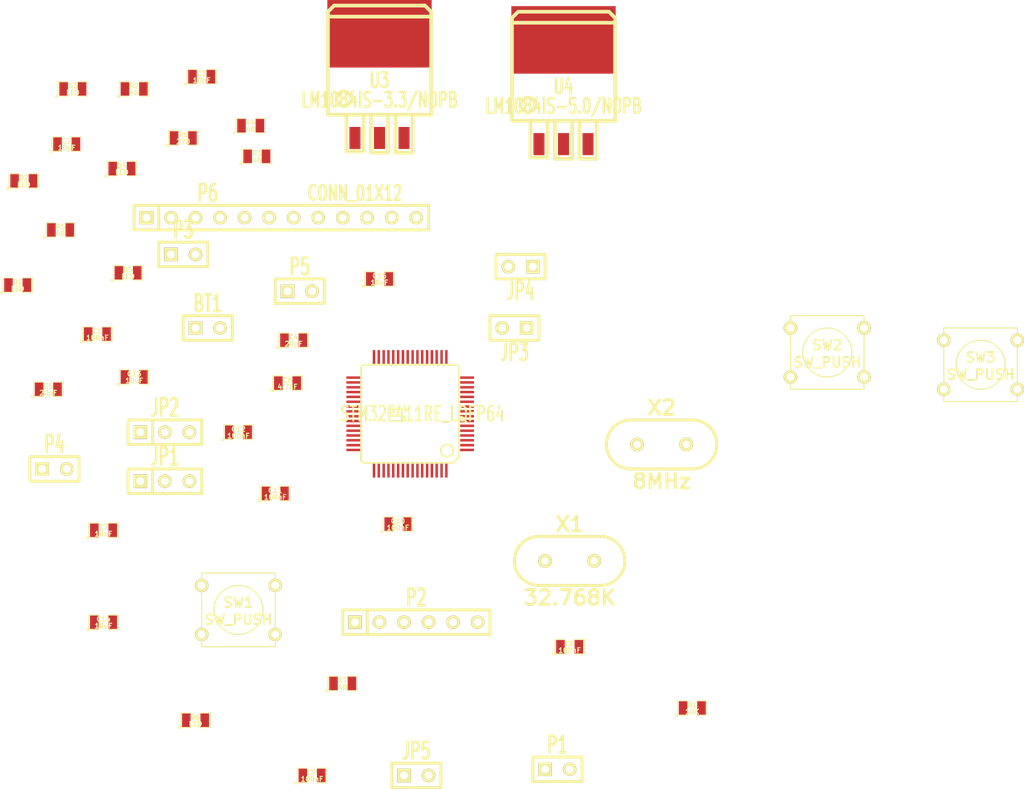
<source format=kicad_pcb>
(kicad_pcb (version 3) (host pcbnew "(2013-07-07 BZR 4022)-stable")

  (general
    (links 115)
    (no_connects 84)
    (area 0 0 0 0)
    (thickness 1.6)
    (drawings 0)
    (tracks 0)
    (zones 0)
    (modules 48)
    (nets 45)
  )

  (page A3)
  (layers
    (15 F.Cu signal)
    (0 B.Cu signal)
    (16 B.Adhes user)
    (17 F.Adhes user)
    (18 B.Paste user)
    (19 F.Paste user)
    (20 B.SilkS user)
    (21 F.SilkS user)
    (22 B.Mask user)
    (23 F.Mask user)
    (24 Dwgs.User user)
    (25 Cmts.User user)
    (26 Eco1.User user)
    (27 Eco2.User user)
    (28 Edge.Cuts user)
  )

  (setup
    (last_trace_width 0.254)
    (trace_clearance 0.254)
    (zone_clearance 0.508)
    (zone_45_only no)
    (trace_min 0.254)
    (segment_width 0.2)
    (edge_width 0.15)
    (via_size 0.889)
    (via_drill 0.635)
    (via_min_size 0.889)
    (via_min_drill 0.508)
    (uvia_size 0.508)
    (uvia_drill 0.127)
    (uvias_allowed no)
    (uvia_min_size 0.508)
    (uvia_min_drill 0.127)
    (pcb_text_width 0.3)
    (pcb_text_size 1.5 1.5)
    (mod_edge_width 0.15)
    (mod_text_size 1.5 1.5)
    (mod_text_width 0.15)
    (pad_size 1.524 1.524)
    (pad_drill 0.762)
    (pad_to_mask_clearance 0.2)
    (aux_axis_origin 0 0)
    (visible_elements FFFFFBBF)
    (pcbplotparams
      (layerselection 3178497)
      (usegerberextensions true)
      (excludeedgelayer true)
      (linewidth 0.100000)
      (plotframeref false)
      (viasonmask false)
      (mode 1)
      (useauxorigin false)
      (hpglpennumber 1)
      (hpglpenspeed 20)
      (hpglpendiameter 15)
      (hpglpenoverlay 2)
      (psnegative false)
      (psa4output false)
      (plotreference true)
      (plotvalue true)
      (plotothertext true)
      (plotinvisibletext false)
      (padsonsilk false)
      (subtractmaskfromsilk false)
      (outputformat 1)
      (mirror false)
      (drillshape 1)
      (scaleselection 1)
      (outputdirectory ""))
  )

  (net 0 "")
  (net 1 +5V)
  (net 2 /MCU/BTN0)
  (net 3 /MCU/BTN1)
  (net 4 /MCU/GPIO0)
  (net 5 /MCU/GPIO1)
  (net 6 /MCU/GPIO2)
  (net 7 /MCU/GPIO3)
  (net 8 /MCU/GPIO4)
  (net 9 /MCU/GPIO5)
  (net 10 /MCU/GPIO6)
  (net 11 /MCU/GPIO7)
  (net 12 /MCU/JTCK-SWCLK)
  (net 13 /MCU/JTDO-SWO)
  (net 14 /MCU/JTMS-SWDIO)
  (net 15 /MCU/LED0)
  (net 16 /MCU/LED1)
  (net 17 /MCU/LED2)
  (net 18 /MCU/LED3)
  (net 19 /MCU/NRST)
  (net 20 /MCU/RADIO_RX)
  (net 21 /MCU/RADIO_TX)
  (net 22 /MCU/USART_RX)
  (net 23 /MCU/USART_TX)
  (net 24 /MCU/VDDA)
  (net 25 /MCU/VSSA)
  (net 26 /OVERRIDE_RX)
  (net 27 /OVERRIDE_TX)
  (net 28 /Sheet54375BB5/Vbatt)
  (net 29 /XBEE_RX)
  (net 30 /XBEE_TX)
  (net 31 3V3)
  (net 32 GND)
  (net 33 N-000002)
  (net 34 N-000003)
  (net 35 N-000004)
  (net 36 N-000005)
  (net 37 N-0000052)
  (net 38 N-0000053)
  (net 39 N-0000054)
  (net 40 N-0000055)
  (net 41 N-0000056)
  (net 42 N-0000082)
  (net 43 N-0000083)
  (net 44 N-0000084)

  (net_class Default "This is the default net class."
    (clearance 0.254)
    (trace_width 0.254)
    (via_dia 0.889)
    (via_drill 0.635)
    (uvia_dia 0.508)
    (uvia_drill 0.127)
    (add_net "")
    (add_net +5V)
    (add_net /MCU/BTN0)
    (add_net /MCU/BTN1)
    (add_net /MCU/GPIO0)
    (add_net /MCU/GPIO1)
    (add_net /MCU/GPIO2)
    (add_net /MCU/GPIO3)
    (add_net /MCU/GPIO4)
    (add_net /MCU/GPIO5)
    (add_net /MCU/GPIO6)
    (add_net /MCU/GPIO7)
    (add_net /MCU/JTCK-SWCLK)
    (add_net /MCU/JTDO-SWO)
    (add_net /MCU/JTMS-SWDIO)
    (add_net /MCU/LED0)
    (add_net /MCU/LED1)
    (add_net /MCU/LED2)
    (add_net /MCU/LED3)
    (add_net /MCU/NRST)
    (add_net /MCU/RADIO_RX)
    (add_net /MCU/RADIO_TX)
    (add_net /MCU/USART_RX)
    (add_net /MCU/USART_TX)
    (add_net /MCU/VDDA)
    (add_net /MCU/VSSA)
    (add_net /OVERRIDE_RX)
    (add_net /OVERRIDE_TX)
    (add_net /Sheet54375BB5/Vbatt)
    (add_net /XBEE_RX)
    (add_net /XBEE_TX)
    (add_net 3V3)
    (add_net GND)
    (add_net N-000002)
    (add_net N-000003)
    (add_net N-000004)
    (add_net N-000005)
    (add_net N-0000052)
    (add_net N-0000053)
    (add_net N-0000054)
    (add_net N-0000055)
    (add_net N-0000056)
    (add_net N-0000082)
    (add_net N-0000083)
    (add_net N-0000084)
  )

  (module VQFP64 (layer F.Cu) (tedit 5444978C) (tstamp 5444976D)
    (at 88.265 84.455 90)
    (descr "Module CMS VQFP 64 pins")
    (tags "CMS VQFP")
    (path /5430DB9E/542CD87C)
    (attr smd)
    (fp_text reference U1 (at 0 -1.26746 90) (layer F.SilkS)
      (effects (font (size 1.524 1.016) (thickness 0.2032)))
    )
    (fp_text value STM32F411RE_LQFP64 (at 0 1.27 180) (layer F.SilkS)
      (effects (font (size 1.524 1.016) (thickness 0.2032)))
    )
    (fp_line (start -4.445 5.08) (end -5.08 4.445) (layer F.SilkS) (width 0.2032))
    (fp_line (start -5.08 4.445) (end -5.08 -4.826) (layer F.SilkS) (width 0.2032))
    (fp_line (start -5.08 -4.826) (end -4.826 -5.08) (layer F.SilkS) (width 0.2032))
    (fp_line (start -4.826 -5.08) (end 4.826 -5.08) (layer F.SilkS) (width 0.2032))
    (fp_line (start 4.826 -5.08) (end 5.08 -4.826) (layer F.SilkS) (width 0.2032))
    (fp_line (start 5.08 -4.826) (end 5.08 4.826) (layer F.SilkS) (width 0.2032))
    (fp_line (start 5.08 4.826) (end 4.826 5.08) (layer F.SilkS) (width 0.2032))
    (fp_line (start 4.826 5.08) (end -4.445 5.08) (layer F.SilkS) (width 0.2032))
    (fp_circle (center -3.81 3.81) (end -3.81 3.175) (layer F.SilkS) (width 0.2032))
    (pad 54 smd rect (at -5.842 -1.2446 90) (size 1.524 0.254)
      (layers F.Cu F.Paste F.Mask)
    )
    (pad 55 smd rect (at -5.842 -0.7493 90) (size 1.524 0.254)
      (layers F.Cu F.Paste F.Mask)
      (net 13 /MCU/JTDO-SWO)
    )
    (pad 56 smd rect (at -5.842 -0.254 90) (size 1.524 0.254)
      (layers F.Cu F.Paste F.Mask)
      (net 8 /MCU/GPIO4)
    )
    (pad 57 smd rect (at -5.842 0.254 90) (size 1.524 0.254)
      (layers F.Cu F.Paste F.Mask)
      (net 9 /MCU/GPIO5)
    )
    (pad 58 smd rect (at -5.842 0.7493 90) (size 1.524 0.254)
      (layers F.Cu F.Paste F.Mask)
      (net 10 /MCU/GPIO6)
    )
    (pad 59 smd rect (at -5.842 1.2446 90) (size 1.524 0.254)
      (layers F.Cu F.Paste F.Mask)
      (net 11 /MCU/GPIO7)
    )
    (pad 60 smd rect (at -5.842 1.7526 90) (size 1.524 0.254)
      (layers F.Cu F.Paste F.Mask)
      (net 37 N-0000052)
    )
    (pad 61 smd rect (at -5.842 2.2479 90) (size 1.524 0.254)
      (layers F.Cu F.Paste F.Mask)
    )
    (pad 62 smd rect (at -5.842 2.7432 90) (size 1.524 0.254)
      (layers F.Cu F.Paste F.Mask)
    )
    (pad 63 smd rect (at -5.842 3.2512 90) (size 1.524 0.254)
      (layers F.Cu F.Paste F.Mask)
      (net 32 GND)
    )
    (pad 64 smd rect (at -5.842 3.7465 90) (size 1.524 0.254)
      (layers F.Cu F.Paste F.Mask)
      (net 31 3V3)
    )
    (pad 27 smd rect (at 5.842 -1.2446 90) (size 1.524 0.254)
      (layers F.Cu F.Paste F.Mask)
    )
    (pad 26 smd rect (at 5.842 -0.7493 90) (size 1.524 0.254)
      (layers F.Cu F.Paste F.Mask)
    )
    (pad 25 smd rect (at 5.842 -0.254 90) (size 1.524 0.254)
      (layers F.Cu F.Paste F.Mask)
      (net 3 /MCU/BTN1)
    )
    (pad 24 smd rect (at 5.842 0.254 90) (size 1.524 0.254)
      (layers F.Cu F.Paste F.Mask)
      (net 2 /MCU/BTN0)
    )
    (pad 23 smd rect (at 5.842 0.7493 90) (size 1.524 0.254)
      (layers F.Cu F.Paste F.Mask)
      (net 7 /MCU/GPIO3)
    )
    (pad 22 smd rect (at 5.842 1.2446 90) (size 1.524 0.254)
      (layers F.Cu F.Paste F.Mask)
      (net 6 /MCU/GPIO2)
    )
    (pad 21 smd rect (at 5.842 1.7526 90) (size 1.524 0.254)
      (layers F.Cu F.Paste F.Mask)
      (net 5 /MCU/GPIO1)
    )
    (pad 20 smd rect (at 5.842 2.2479 90) (size 1.524 0.254)
      (layers F.Cu F.Paste F.Mask)
      (net 4 /MCU/GPIO0)
    )
    (pad 19 smd rect (at 5.842 2.7432 90) (size 1.524 0.254)
      (layers F.Cu F.Paste F.Mask)
      (net 31 3V3)
    )
    (pad 18 smd rect (at 5.842 3.2512 90) (size 1.524 0.254)
      (layers F.Cu F.Paste F.Mask)
      (net 32 GND)
    )
    (pad 17 smd rect (at 5.842 3.7465 90) (size 1.524 0.254)
      (layers F.Cu F.Paste F.Mask)
      (net 22 /MCU/USART_RX)
    )
    (pad 48 smd rect (at -3.7465 -5.842 90) (size 0.254 1.524)
      (layers F.Cu F.Paste F.Mask)
      (net 31 3V3)
    )
    (pad 47 smd rect (at -3.2512 -5.842 90) (size 0.254 1.524)
      (layers F.Cu F.Paste F.Mask)
      (net 32 GND)
    )
    (pad 46 smd rect (at -2.7432 -5.842 90) (size 0.254 1.524)
      (layers F.Cu F.Paste F.Mask)
      (net 14 /MCU/JTMS-SWDIO)
    )
    (pad 45 smd rect (at -2.2479 -5.842 90) (size 0.254 1.524)
      (layers F.Cu F.Paste F.Mask)
    )
    (pad 44 smd rect (at -1.7526 -5.842 90) (size 0.254 1.524)
      (layers F.Cu F.Paste F.Mask)
    )
    (pad 43 smd rect (at -1.2446 -5.842 90) (size 0.254 1.524)
      (layers F.Cu F.Paste F.Mask)
      (net 20 /MCU/RADIO_RX)
    )
    (pad 42 smd rect (at -0.7493 -5.842 90) (size 0.254 1.524)
      (layers F.Cu F.Paste F.Mask)
    )
    (pad 41 smd rect (at -0.254 -5.842 90) (size 0.254 1.524)
      (layers F.Cu F.Paste F.Mask)
    )
    (pad 40 smd rect (at 0.254 -5.842 90) (size 0.254 1.524)
      (layers F.Cu F.Paste F.Mask)
    )
    (pad 39 smd rect (at 0.7493 -5.842 90) (size 0.254 1.524)
      (layers F.Cu F.Paste F.Mask)
    )
    (pad 38 smd rect (at 1.2446 -5.842 90) (size 0.254 1.524)
      (layers F.Cu F.Paste F.Mask)
    )
    (pad 11 smd rect (at 1.2446 5.842 90) (size 0.254 1.524)
      (layers F.Cu F.Paste F.Mask)
      (net 18 /MCU/LED3)
    )
    (pad 10 smd rect (at 0.7493 5.842 90) (size 0.254 1.524)
      (layers F.Cu F.Paste F.Mask)
      (net 17 /MCU/LED2)
    )
    (pad 9 smd rect (at 0.254 5.842 90) (size 0.254 1.524)
      (layers F.Cu F.Paste F.Mask)
      (net 16 /MCU/LED1)
    )
    (pad 8 smd rect (at -0.254 5.842 90) (size 0.254 1.524)
      (layers F.Cu F.Paste F.Mask)
      (net 15 /MCU/LED0)
    )
    (pad 7 smd rect (at -0.7493 5.842 90) (size 0.254 1.524)
      (layers F.Cu F.Paste F.Mask)
      (net 19 /MCU/NRST)
    )
    (pad 6 smd rect (at -1.2446 5.842 90) (size 0.254 1.524)
      (layers F.Cu F.Paste F.Mask)
      (net 39 N-0000054)
    )
    (pad 5 smd rect (at -1.7526 5.842 90) (size 0.254 1.524)
      (layers F.Cu F.Paste F.Mask)
      (net 38 N-0000053)
    )
    (pad 4 smd rect (at -2.2479 5.842 90) (size 0.254 1.524)
      (layers F.Cu F.Paste F.Mask)
      (net 40 N-0000055)
    )
    (pad 3 smd rect (at -2.7432 5.842 90) (size 0.254 1.524)
      (layers F.Cu F.Paste F.Mask)
      (net 41 N-0000056)
    )
    (pad 2 smd rect (at -3.2512 5.842 90) (size 0.254 1.524)
      (layers F.Cu F.Paste F.Mask)
    )
    (pad 1 smd rect (at -3.7465 5.842 90) (size 0.254 1.524)
      (layers F.Cu F.Paste F.Mask)
      (net 31 3V3)
    )
    (pad 12 smd rect (at 1.7526 5.842 90) (size 0.254 1.524)
      (layers F.Cu F.Paste F.Mask)
      (net 25 /MCU/VSSA)
    )
    (pad 13 smd rect (at 2.2479 5.842 90) (size 0.254 1.524)
      (layers F.Cu F.Paste F.Mask)
      (net 24 /MCU/VDDA)
    )
    (pad 14 smd rect (at 2.7432 5.842 90) (size 0.254 1.524)
      (layers F.Cu F.Paste F.Mask)
    )
    (pad 15 smd rect (at 3.2512 5.842 90) (size 0.254 1.524)
      (layers F.Cu F.Paste F.Mask)
    )
    (pad 16 smd rect (at 3.7465 5.842 90) (size 0.254 1.524)
      (layers F.Cu F.Paste F.Mask)
      (net 23 /MCU/USART_TX)
    )
    (pad 33 smd rect (at 3.7465 -5.842 90) (size 0.254 1.524)
      (layers F.Cu F.Paste F.Mask)
    )
    (pad 34 smd rect (at 3.2512 -5.842 90) (size 0.254 1.524)
      (layers F.Cu F.Paste F.Mask)
    )
    (pad 35 smd rect (at 2.7432 -5.842 90) (size 0.254 1.524)
      (layers F.Cu F.Paste F.Mask)
    )
    (pad 36 smd rect (at 2.2479 -5.842 90) (size 0.254 1.524)
      (layers F.Cu F.Paste F.Mask)
    )
    (pad 37 smd rect (at 1.7526 -5.842 90) (size 0.254 1.524)
      (layers F.Cu F.Paste F.Mask)
    )
    (pad 28 smd rect (at 5.842 -1.7526 90) (size 1.524 0.254)
      (layers F.Cu F.Paste F.Mask)
    )
    (pad 29 smd rect (at 5.842 -2.2479 90) (size 1.524 0.254)
      (layers F.Cu F.Paste F.Mask)
    )
    (pad 30 smd rect (at 5.842 -2.7432 90) (size 1.524 0.254)
      (layers F.Cu F.Paste F.Mask)
      (net 42 N-0000082)
    )
    (pad 31 smd rect (at 5.842 -3.2512 90) (size 1.524 0.254)
      (layers F.Cu F.Paste F.Mask)
      (net 32 GND)
    )
    (pad 32 smd rect (at 5.842 -3.7465 90) (size 1.524 0.254)
      (layers F.Cu F.Paste F.Mask)
      (net 31 3V3)
    )
    (pad 53 smd rect (at -5.842 -1.7526 90) (size 1.524 0.254)
      (layers F.Cu F.Paste F.Mask)
    )
    (pad 52 smd rect (at -5.842 -2.2479 90) (size 1.524 0.254)
      (layers F.Cu F.Paste F.Mask)
    )
    (pad 51 smd rect (at -5.842 -2.7432 90) (size 1.524 0.254)
      (layers F.Cu F.Paste F.Mask)
    )
    (pad 50 smd rect (at -5.842 -3.2512 90) (size 1.524 0.254)
      (layers F.Cu F.Paste F.Mask)
      (net 21 /MCU/RADIO_TX)
    )
    (pad 49 smd rect (at -5.842 -3.7465 90) (size 1.524 0.254)
      (layers F.Cu F.Paste F.Mask)
      (net 12 /MCU/JTCK-SWCLK)
    )
    (model smd/vqfp64.wrl
      (at (xyz 0 0 0))
      (scale (xyz 0.395 0.395 0.5))
      (rotate (xyz 0 0 0))
    )
  )

  (module SW_PUSH_SMALL (layer F.Cu) (tedit 46544DB3) (tstamp 5444977A)
    (at 70.485 104.775)
    (path /5430DB9E/5430D74C)
    (fp_text reference SW1 (at 0 -0.762) (layer F.SilkS)
      (effects (font (size 1.016 1.016) (thickness 0.2032)))
    )
    (fp_text value SW_PUSH (at 0 1.016) (layer F.SilkS)
      (effects (font (size 1.016 1.016) (thickness 0.2032)))
    )
    (fp_circle (center 0 0) (end 0 -2.54) (layer F.SilkS) (width 0.127))
    (fp_line (start -3.81 -3.81) (end 3.81 -3.81) (layer F.SilkS) (width 0.127))
    (fp_line (start 3.81 -3.81) (end 3.81 3.81) (layer F.SilkS) (width 0.127))
    (fp_line (start 3.81 3.81) (end -3.81 3.81) (layer F.SilkS) (width 0.127))
    (fp_line (start -3.81 -3.81) (end -3.81 3.81) (layer F.SilkS) (width 0.127))
    (pad 1 thru_hole circle (at 3.81 -2.54) (size 1.397 1.397) (drill 0.8128)
      (layers *.Cu *.Mask F.SilkS)
      (net 19 /MCU/NRST)
    )
    (pad 2 thru_hole circle (at 3.81 2.54) (size 1.397 1.397) (drill 0.8128)
      (layers *.Cu *.Mask F.SilkS)
      (net 32 GND)
    )
    (pad 1 thru_hole circle (at -3.81 -2.54) (size 1.397 1.397) (drill 0.8128)
      (layers *.Cu *.Mask F.SilkS)
      (net 19 /MCU/NRST)
    )
    (pad 2 thru_hole circle (at -3.81 2.54) (size 1.397 1.397) (drill 0.8128)
      (layers *.Cu *.Mask F.SilkS)
      (net 32 GND)
    )
  )

  (module SW_PUSH_SMALL (layer F.Cu) (tedit 46544DB3) (tstamp 54449787)
    (at 131.445 78.105)
    (path /5437AAF9)
    (fp_text reference SW2 (at 0 -0.762) (layer F.SilkS)
      (effects (font (size 1.016 1.016) (thickness 0.2032)))
    )
    (fp_text value SW_PUSH (at 0 1.016) (layer F.SilkS)
      (effects (font (size 1.016 1.016) (thickness 0.2032)))
    )
    (fp_circle (center 0 0) (end 0 -2.54) (layer F.SilkS) (width 0.127))
    (fp_line (start -3.81 -3.81) (end 3.81 -3.81) (layer F.SilkS) (width 0.127))
    (fp_line (start 3.81 -3.81) (end 3.81 3.81) (layer F.SilkS) (width 0.127))
    (fp_line (start 3.81 3.81) (end -3.81 3.81) (layer F.SilkS) (width 0.127))
    (fp_line (start -3.81 -3.81) (end -3.81 3.81) (layer F.SilkS) (width 0.127))
    (pad 1 thru_hole circle (at 3.81 -2.54) (size 1.397 1.397) (drill 0.8128)
      (layers *.Cu *.Mask F.SilkS)
      (net 32 GND)
    )
    (pad 2 thru_hole circle (at 3.81 2.54) (size 1.397 1.397) (drill 0.8128)
      (layers *.Cu *.Mask F.SilkS)
      (net 3 /MCU/BTN1)
    )
    (pad 1 thru_hole circle (at -3.81 -2.54) (size 1.397 1.397) (drill 0.8128)
      (layers *.Cu *.Mask F.SilkS)
      (net 32 GND)
    )
    (pad 2 thru_hole circle (at -3.81 2.54) (size 1.397 1.397) (drill 0.8128)
      (layers *.Cu *.Mask F.SilkS)
      (net 3 /MCU/BTN1)
    )
  )

  (module SW_PUSH_SMALL (layer F.Cu) (tedit 46544DB3) (tstamp 54449794)
    (at 147.32 79.375)
    (path /5437AA50)
    (fp_text reference SW3 (at 0 -0.762) (layer F.SilkS)
      (effects (font (size 1.016 1.016) (thickness 0.2032)))
    )
    (fp_text value SW_PUSH (at 0 1.016) (layer F.SilkS)
      (effects (font (size 1.016 1.016) (thickness 0.2032)))
    )
    (fp_circle (center 0 0) (end 0 -2.54) (layer F.SilkS) (width 0.127))
    (fp_line (start -3.81 -3.81) (end 3.81 -3.81) (layer F.SilkS) (width 0.127))
    (fp_line (start 3.81 -3.81) (end 3.81 3.81) (layer F.SilkS) (width 0.127))
    (fp_line (start 3.81 3.81) (end -3.81 3.81) (layer F.SilkS) (width 0.127))
    (fp_line (start -3.81 -3.81) (end -3.81 3.81) (layer F.SilkS) (width 0.127))
    (pad 1 thru_hole circle (at 3.81 -2.54) (size 1.397 1.397) (drill 0.8128)
      (layers *.Cu *.Mask F.SilkS)
      (net 32 GND)
    )
    (pad 2 thru_hole circle (at 3.81 2.54) (size 1.397 1.397) (drill 0.8128)
      (layers *.Cu *.Mask F.SilkS)
      (net 2 /MCU/BTN0)
    )
    (pad 1 thru_hole circle (at -3.81 -2.54) (size 1.397 1.397) (drill 0.8128)
      (layers *.Cu *.Mask F.SilkS)
      (net 32 GND)
    )
    (pad 2 thru_hole circle (at -3.81 2.54) (size 1.397 1.397) (drill 0.8128)
      (layers *.Cu *.Mask F.SilkS)
      (net 2 /MCU/BTN0)
    )
  )

  (module SM0805 (layer F.Cu) (tedit 5091495C) (tstamp 544497A1)
    (at 55.88 76.2)
    (path /5430DB9E/5430EA07)
    (attr smd)
    (fp_text reference C1 (at 0 -0.3175) (layer F.SilkS)
      (effects (font (size 0.50038 0.50038) (thickness 0.10922)))
    )
    (fp_text value 100nF (at 0 0.381) (layer F.SilkS)
      (effects (font (size 0.50038 0.50038) (thickness 0.10922)))
    )
    (fp_circle (center -1.651 0.762) (end -1.651 0.635) (layer F.SilkS) (width 0.09906))
    (fp_line (start -0.508 0.762) (end -1.524 0.762) (layer F.SilkS) (width 0.09906))
    (fp_line (start -1.524 0.762) (end -1.524 -0.762) (layer F.SilkS) (width 0.09906))
    (fp_line (start -1.524 -0.762) (end -0.508 -0.762) (layer F.SilkS) (width 0.09906))
    (fp_line (start 0.508 -0.762) (end 1.524 -0.762) (layer F.SilkS) (width 0.09906))
    (fp_line (start 1.524 -0.762) (end 1.524 0.762) (layer F.SilkS) (width 0.09906))
    (fp_line (start 1.524 0.762) (end 0.508 0.762) (layer F.SilkS) (width 0.09906))
    (pad 1 smd rect (at -0.9525 0) (size 0.889 1.397)
      (layers F.Cu F.Paste F.Mask)
      (net 25 /MCU/VSSA)
    )
    (pad 2 smd rect (at 0.9525 0) (size 0.889 1.397)
      (layers F.Cu F.Paste F.Mask)
      (net 24 /MCU/VDDA)
    )
    (model smd/chip_cms.wrl
      (at (xyz 0 0 0))
      (scale (xyz 0.1 0.1 0.1))
      (rotate (xyz 0 0 0))
    )
  )

  (module SM0805 (layer F.Cu) (tedit 5091495C) (tstamp 544497AE)
    (at 50.8 81.915)
    (path /5430DB9E/5430D441)
    (attr smd)
    (fp_text reference C5 (at 0 -0.3175) (layer F.SilkS)
      (effects (font (size 0.50038 0.50038) (thickness 0.10922)))
    )
    (fp_text value 20pF (at 0 0.381) (layer F.SilkS)
      (effects (font (size 0.50038 0.50038) (thickness 0.10922)))
    )
    (fp_circle (center -1.651 0.762) (end -1.651 0.635) (layer F.SilkS) (width 0.09906))
    (fp_line (start -0.508 0.762) (end -1.524 0.762) (layer F.SilkS) (width 0.09906))
    (fp_line (start -1.524 0.762) (end -1.524 -0.762) (layer F.SilkS) (width 0.09906))
    (fp_line (start -1.524 -0.762) (end -0.508 -0.762) (layer F.SilkS) (width 0.09906))
    (fp_line (start 0.508 -0.762) (end 1.524 -0.762) (layer F.SilkS) (width 0.09906))
    (fp_line (start 1.524 -0.762) (end 1.524 0.762) (layer F.SilkS) (width 0.09906))
    (fp_line (start 1.524 0.762) (end 0.508 0.762) (layer F.SilkS) (width 0.09906))
    (pad 1 smd rect (at -0.9525 0) (size 0.889 1.397)
      (layers F.Cu F.Paste F.Mask)
      (net 32 GND)
    )
    (pad 2 smd rect (at 0.9525 0) (size 0.889 1.397)
      (layers F.Cu F.Paste F.Mask)
      (net 39 N-0000054)
    )
    (model smd/chip_cms.wrl
      (at (xyz 0 0 0))
      (scale (xyz 0.1 0.1 0.1))
      (rotate (xyz 0 0 0))
    )
  )

  (module SM0805 (layer F.Cu) (tedit 5091495C) (tstamp 544497BB)
    (at 78.105 121.92)
    (path /5430DB9E/5430D75B)
    (attr smd)
    (fp_text reference C9 (at 0 -0.3175) (layer F.SilkS)
      (effects (font (size 0.50038 0.50038) (thickness 0.10922)))
    )
    (fp_text value 100nF (at 0 0.381) (layer F.SilkS)
      (effects (font (size 0.50038 0.50038) (thickness 0.10922)))
    )
    (fp_circle (center -1.651 0.762) (end -1.651 0.635) (layer F.SilkS) (width 0.09906))
    (fp_line (start -0.508 0.762) (end -1.524 0.762) (layer F.SilkS) (width 0.09906))
    (fp_line (start -1.524 0.762) (end -1.524 -0.762) (layer F.SilkS) (width 0.09906))
    (fp_line (start -1.524 -0.762) (end -0.508 -0.762) (layer F.SilkS) (width 0.09906))
    (fp_line (start 0.508 -0.762) (end 1.524 -0.762) (layer F.SilkS) (width 0.09906))
    (fp_line (start 1.524 -0.762) (end 1.524 0.762) (layer F.SilkS) (width 0.09906))
    (fp_line (start 1.524 0.762) (end 0.508 0.762) (layer F.SilkS) (width 0.09906))
    (pad 1 smd rect (at -0.9525 0) (size 0.889 1.397)
      (layers F.Cu F.Paste F.Mask)
      (net 19 /MCU/NRST)
    )
    (pad 2 smd rect (at 0.9525 0) (size 0.889 1.397)
      (layers F.Cu F.Paste F.Mask)
      (net 32 GND)
    )
    (model smd/chip_cms.wrl
      (at (xyz 0 0 0))
      (scale (xyz 0.1 0.1 0.1))
      (rotate (xyz 0 0 0))
    )
  )

  (module SM0805 (layer F.Cu) (tedit 5091495C) (tstamp 544497C8)
    (at 117.475 114.935)
    (path /5430DB9E/5430DF6F)
    (attr smd)
    (fp_text reference R1 (at 0 -0.3175) (layer F.SilkS)
      (effects (font (size 0.50038 0.50038) (thickness 0.10922)))
    )
    (fp_text value 10K (at 0 0.381) (layer F.SilkS)
      (effects (font (size 0.50038 0.50038) (thickness 0.10922)))
    )
    (fp_circle (center -1.651 0.762) (end -1.651 0.635) (layer F.SilkS) (width 0.09906))
    (fp_line (start -0.508 0.762) (end -1.524 0.762) (layer F.SilkS) (width 0.09906))
    (fp_line (start -1.524 0.762) (end -1.524 -0.762) (layer F.SilkS) (width 0.09906))
    (fp_line (start -1.524 -0.762) (end -0.508 -0.762) (layer F.SilkS) (width 0.09906))
    (fp_line (start 0.508 -0.762) (end 1.524 -0.762) (layer F.SilkS) (width 0.09906))
    (fp_line (start 1.524 -0.762) (end 1.524 0.762) (layer F.SilkS) (width 0.09906))
    (fp_line (start 1.524 0.762) (end 0.508 0.762) (layer F.SilkS) (width 0.09906))
    (pad 1 smd rect (at -0.9525 0) (size 0.889 1.397)
      (layers F.Cu F.Paste F.Mask)
      (net 37 N-0000052)
    )
    (pad 2 smd rect (at 0.9525 0) (size 0.889 1.397)
      (layers F.Cu F.Paste F.Mask)
      (net 32 GND)
    )
    (model smd/chip_cms.wrl
      (at (xyz 0 0 0))
      (scale (xyz 0.1 0.1 0.1))
      (rotate (xyz 0 0 0))
    )
  )

  (module SM0805 (layer F.Cu) (tedit 5091495C) (tstamp 544497D5)
    (at 104.775 108.585)
    (path /5430DB9E/5430E0A1)
    (attr smd)
    (fp_text reference C8 (at 0 -0.3175) (layer F.SilkS)
      (effects (font (size 0.50038 0.50038) (thickness 0.10922)))
    )
    (fp_text value 100nF (at 0 0.381) (layer F.SilkS)
      (effects (font (size 0.50038 0.50038) (thickness 0.10922)))
    )
    (fp_circle (center -1.651 0.762) (end -1.651 0.635) (layer F.SilkS) (width 0.09906))
    (fp_line (start -0.508 0.762) (end -1.524 0.762) (layer F.SilkS) (width 0.09906))
    (fp_line (start -1.524 0.762) (end -1.524 -0.762) (layer F.SilkS) (width 0.09906))
    (fp_line (start -1.524 -0.762) (end -0.508 -0.762) (layer F.SilkS) (width 0.09906))
    (fp_line (start 0.508 -0.762) (end 1.524 -0.762) (layer F.SilkS) (width 0.09906))
    (fp_line (start 1.524 -0.762) (end 1.524 0.762) (layer F.SilkS) (width 0.09906))
    (fp_line (start 1.524 0.762) (end 0.508 0.762) (layer F.SilkS) (width 0.09906))
    (pad 1 smd rect (at -0.9525 0) (size 0.889 1.397)
      (layers F.Cu F.Paste F.Mask)
      (net 31 3V3)
    )
    (pad 2 smd rect (at 0.9525 0) (size 0.889 1.397)
      (layers F.Cu F.Paste F.Mask)
      (net 32 GND)
    )
    (model smd/chip_cms.wrl
      (at (xyz 0 0 0))
      (scale (xyz 0.1 0.1 0.1))
      (rotate (xyz 0 0 0))
    )
  )

  (module SM0805 (layer F.Cu) (tedit 5091495C) (tstamp 544497E2)
    (at 86.995 95.885)
    (path /5430DB9E/5430E0BA)
    (attr smd)
    (fp_text reference C10 (at 0 -0.3175) (layer F.SilkS)
      (effects (font (size 0.50038 0.50038) (thickness 0.10922)))
    )
    (fp_text value 100nF (at 0 0.381) (layer F.SilkS)
      (effects (font (size 0.50038 0.50038) (thickness 0.10922)))
    )
    (fp_circle (center -1.651 0.762) (end -1.651 0.635) (layer F.SilkS) (width 0.09906))
    (fp_line (start -0.508 0.762) (end -1.524 0.762) (layer F.SilkS) (width 0.09906))
    (fp_line (start -1.524 0.762) (end -1.524 -0.762) (layer F.SilkS) (width 0.09906))
    (fp_line (start -1.524 -0.762) (end -0.508 -0.762) (layer F.SilkS) (width 0.09906))
    (fp_line (start 0.508 -0.762) (end 1.524 -0.762) (layer F.SilkS) (width 0.09906))
    (fp_line (start 1.524 -0.762) (end 1.524 0.762) (layer F.SilkS) (width 0.09906))
    (fp_line (start 1.524 0.762) (end 0.508 0.762) (layer F.SilkS) (width 0.09906))
    (pad 1 smd rect (at -0.9525 0) (size 0.889 1.397)
      (layers F.Cu F.Paste F.Mask)
      (net 31 3V3)
    )
    (pad 2 smd rect (at 0.9525 0) (size 0.889 1.397)
      (layers F.Cu F.Paste F.Mask)
      (net 32 GND)
    )
    (model smd/chip_cms.wrl
      (at (xyz 0 0 0))
      (scale (xyz 0.1 0.1 0.1))
      (rotate (xyz 0 0 0))
    )
  )

  (module SM0805 (layer F.Cu) (tedit 5091495C) (tstamp 544497EF)
    (at 74.295 92.71)
    (path /5430DB9E/5430E0C0)
    (attr smd)
    (fp_text reference C11 (at 0 -0.3175) (layer F.SilkS)
      (effects (font (size 0.50038 0.50038) (thickness 0.10922)))
    )
    (fp_text value 100nF (at 0 0.381) (layer F.SilkS)
      (effects (font (size 0.50038 0.50038) (thickness 0.10922)))
    )
    (fp_circle (center -1.651 0.762) (end -1.651 0.635) (layer F.SilkS) (width 0.09906))
    (fp_line (start -0.508 0.762) (end -1.524 0.762) (layer F.SilkS) (width 0.09906))
    (fp_line (start -1.524 0.762) (end -1.524 -0.762) (layer F.SilkS) (width 0.09906))
    (fp_line (start -1.524 -0.762) (end -0.508 -0.762) (layer F.SilkS) (width 0.09906))
    (fp_line (start 0.508 -0.762) (end 1.524 -0.762) (layer F.SilkS) (width 0.09906))
    (fp_line (start 1.524 -0.762) (end 1.524 0.762) (layer F.SilkS) (width 0.09906))
    (fp_line (start 1.524 0.762) (end 0.508 0.762) (layer F.SilkS) (width 0.09906))
    (pad 1 smd rect (at -0.9525 0) (size 0.889 1.397)
      (layers F.Cu F.Paste F.Mask)
      (net 31 3V3)
    )
    (pad 2 smd rect (at 0.9525 0) (size 0.889 1.397)
      (layers F.Cu F.Paste F.Mask)
      (net 32 GND)
    )
    (model smd/chip_cms.wrl
      (at (xyz 0 0 0))
      (scale (xyz 0.1 0.1 0.1))
      (rotate (xyz 0 0 0))
    )
  )

  (module SM0805 (layer F.Cu) (tedit 5091495C) (tstamp 544497FC)
    (at 70.485 86.36)
    (path /5430DB9E/5430E0C6)
    (attr smd)
    (fp_text reference C12 (at 0 -0.3175) (layer F.SilkS)
      (effects (font (size 0.50038 0.50038) (thickness 0.10922)))
    )
    (fp_text value 100nF (at 0 0.381) (layer F.SilkS)
      (effects (font (size 0.50038 0.50038) (thickness 0.10922)))
    )
    (fp_circle (center -1.651 0.762) (end -1.651 0.635) (layer F.SilkS) (width 0.09906))
    (fp_line (start -0.508 0.762) (end -1.524 0.762) (layer F.SilkS) (width 0.09906))
    (fp_line (start -1.524 0.762) (end -1.524 -0.762) (layer F.SilkS) (width 0.09906))
    (fp_line (start -1.524 -0.762) (end -0.508 -0.762) (layer F.SilkS) (width 0.09906))
    (fp_line (start 0.508 -0.762) (end 1.524 -0.762) (layer F.SilkS) (width 0.09906))
    (fp_line (start 1.524 -0.762) (end 1.524 0.762) (layer F.SilkS) (width 0.09906))
    (fp_line (start 1.524 0.762) (end 0.508 0.762) (layer F.SilkS) (width 0.09906))
    (pad 1 smd rect (at -0.9525 0) (size 0.889 1.397)
      (layers F.Cu F.Paste F.Mask)
      (net 31 3V3)
    )
    (pad 2 smd rect (at 0.9525 0) (size 0.889 1.397)
      (layers F.Cu F.Paste F.Mask)
      (net 32 GND)
    )
    (model smd/chip_cms.wrl
      (at (xyz 0 0 0))
      (scale (xyz 0.1 0.1 0.1))
      (rotate (xyz 0 0 0))
    )
  )

  (module SM0805 (layer F.Cu) (tedit 5091495C) (tstamp 54449809)
    (at 75.565 81.28)
    (path /5430DB9E/5430E5B4)
    (attr smd)
    (fp_text reference C6 (at 0 -0.3175) (layer F.SilkS)
      (effects (font (size 0.50038 0.50038) (thickness 0.10922)))
    )
    (fp_text value 4.7uF (at 0 0.381) (layer F.SilkS)
      (effects (font (size 0.50038 0.50038) (thickness 0.10922)))
    )
    (fp_circle (center -1.651 0.762) (end -1.651 0.635) (layer F.SilkS) (width 0.09906))
    (fp_line (start -0.508 0.762) (end -1.524 0.762) (layer F.SilkS) (width 0.09906))
    (fp_line (start -1.524 0.762) (end -1.524 -0.762) (layer F.SilkS) (width 0.09906))
    (fp_line (start -1.524 -0.762) (end -0.508 -0.762) (layer F.SilkS) (width 0.09906))
    (fp_line (start 0.508 -0.762) (end 1.524 -0.762) (layer F.SilkS) (width 0.09906))
    (fp_line (start 1.524 -0.762) (end 1.524 0.762) (layer F.SilkS) (width 0.09906))
    (fp_line (start 1.524 0.762) (end 0.508 0.762) (layer F.SilkS) (width 0.09906))
    (pad 1 smd rect (at -0.9525 0) (size 0.889 1.397)
      (layers F.Cu F.Paste F.Mask)
      (net 32 GND)
    )
    (pad 2 smd rect (at 0.9525 0) (size 0.889 1.397)
      (layers F.Cu F.Paste F.Mask)
      (net 42 N-0000082)
    )
    (model smd/chip_cms.wrl
      (at (xyz 0 0 0))
      (scale (xyz 0.1 0.1 0.1))
      (rotate (xyz 0 0 0))
    )
  )

  (module SM0805 (layer F.Cu) (tedit 5091495C) (tstamp 54449816)
    (at 76.2 76.835)
    (path /5430DB9E/5430D41B)
    (attr smd)
    (fp_text reference C4 (at 0 -0.3175) (layer F.SilkS)
      (effects (font (size 0.50038 0.50038) (thickness 0.10922)))
    )
    (fp_text value 20pF (at 0 0.381) (layer F.SilkS)
      (effects (font (size 0.50038 0.50038) (thickness 0.10922)))
    )
    (fp_circle (center -1.651 0.762) (end -1.651 0.635) (layer F.SilkS) (width 0.09906))
    (fp_line (start -0.508 0.762) (end -1.524 0.762) (layer F.SilkS) (width 0.09906))
    (fp_line (start -1.524 0.762) (end -1.524 -0.762) (layer F.SilkS) (width 0.09906))
    (fp_line (start -1.524 -0.762) (end -0.508 -0.762) (layer F.SilkS) (width 0.09906))
    (fp_line (start 0.508 -0.762) (end 1.524 -0.762) (layer F.SilkS) (width 0.09906))
    (fp_line (start 1.524 -0.762) (end 1.524 0.762) (layer F.SilkS) (width 0.09906))
    (fp_line (start 1.524 0.762) (end 0.508 0.762) (layer F.SilkS) (width 0.09906))
    (pad 1 smd rect (at -0.9525 0) (size 0.889 1.397)
      (layers F.Cu F.Paste F.Mask)
      (net 32 GND)
    )
    (pad 2 smd rect (at 0.9525 0) (size 0.889 1.397)
      (layers F.Cu F.Paste F.Mask)
      (net 38 N-0000053)
    )
    (model smd/chip_cms.wrl
      (at (xyz 0 0 0))
      (scale (xyz 0.1 0.1 0.1))
      (rotate (xyz 0 0 0))
    )
  )

  (module SM0805 (layer F.Cu) (tedit 5091495C) (tstamp 54449823)
    (at 85.09 70.485)
    (path /54375BB6/54376AE8)
    (attr smd)
    (fp_text reference C15 (at 0 -0.3175) (layer F.SilkS)
      (effects (font (size 0.50038 0.50038) (thickness 0.10922)))
    )
    (fp_text value 10uF (at 0 0.381) (layer F.SilkS)
      (effects (font (size 0.50038 0.50038) (thickness 0.10922)))
    )
    (fp_circle (center -1.651 0.762) (end -1.651 0.635) (layer F.SilkS) (width 0.09906))
    (fp_line (start -0.508 0.762) (end -1.524 0.762) (layer F.SilkS) (width 0.09906))
    (fp_line (start -1.524 0.762) (end -1.524 -0.762) (layer F.SilkS) (width 0.09906))
    (fp_line (start -1.524 -0.762) (end -0.508 -0.762) (layer F.SilkS) (width 0.09906))
    (fp_line (start 0.508 -0.762) (end 1.524 -0.762) (layer F.SilkS) (width 0.09906))
    (fp_line (start 1.524 -0.762) (end 1.524 0.762) (layer F.SilkS) (width 0.09906))
    (fp_line (start 1.524 0.762) (end 0.508 0.762) (layer F.SilkS) (width 0.09906))
    (pad 1 smd rect (at -0.9525 0) (size 0.889 1.397)
      (layers F.Cu F.Paste F.Mask)
      (net 31 3V3)
    )
    (pad 2 smd rect (at 0.9525 0) (size 0.889 1.397)
      (layers F.Cu F.Paste F.Mask)
      (net 32 GND)
    )
    (model smd/chip_cms.wrl
      (at (xyz 0 0 0))
      (scale (xyz 0.1 0.1 0.1))
      (rotate (xyz 0 0 0))
    )
  )

  (module SM0805 (layer F.Cu) (tedit 5091495C) (tstamp 54449830)
    (at 56.515 106.045)
    (path /54375BB6/54376B1F)
    (attr smd)
    (fp_text reference C14 (at 0 -0.3175) (layer F.SilkS)
      (effects (font (size 0.50038 0.50038) (thickness 0.10922)))
    )
    (fp_text value 10uF (at 0 0.381) (layer F.SilkS)
      (effects (font (size 0.50038 0.50038) (thickness 0.10922)))
    )
    (fp_circle (center -1.651 0.762) (end -1.651 0.635) (layer F.SilkS) (width 0.09906))
    (fp_line (start -0.508 0.762) (end -1.524 0.762) (layer F.SilkS) (width 0.09906))
    (fp_line (start -1.524 0.762) (end -1.524 -0.762) (layer F.SilkS) (width 0.09906))
    (fp_line (start -1.524 -0.762) (end -0.508 -0.762) (layer F.SilkS) (width 0.09906))
    (fp_line (start 0.508 -0.762) (end 1.524 -0.762) (layer F.SilkS) (width 0.09906))
    (fp_line (start 1.524 -0.762) (end 1.524 0.762) (layer F.SilkS) (width 0.09906))
    (fp_line (start 1.524 0.762) (end 0.508 0.762) (layer F.SilkS) (width 0.09906))
    (pad 1 smd rect (at -0.9525 0) (size 0.889 1.397)
      (layers F.Cu F.Paste F.Mask)
      (net 28 /Sheet54375BB5/Vbatt)
    )
    (pad 2 smd rect (at 0.9525 0) (size 0.889 1.397)
      (layers F.Cu F.Paste F.Mask)
      (net 32 GND)
    )
    (model smd/chip_cms.wrl
      (at (xyz 0 0 0))
      (scale (xyz 0.1 0.1 0.1))
      (rotate (xyz 0 0 0))
    )
  )

  (module SM0805 (layer F.Cu) (tedit 5091495C) (tstamp 5444983D)
    (at 66.04 116.205)
    (path /54375BB6/543780B4)
    (attr smd)
    (fp_text reference D6 (at 0 -0.3175) (layer F.SilkS)
      (effects (font (size 0.50038 0.50038) (thickness 0.10922)))
    )
    (fp_text value LED (at 0 0.381) (layer F.SilkS)
      (effects (font (size 0.50038 0.50038) (thickness 0.10922)))
    )
    (fp_circle (center -1.651 0.762) (end -1.651 0.635) (layer F.SilkS) (width 0.09906))
    (fp_line (start -0.508 0.762) (end -1.524 0.762) (layer F.SilkS) (width 0.09906))
    (fp_line (start -1.524 0.762) (end -1.524 -0.762) (layer F.SilkS) (width 0.09906))
    (fp_line (start -1.524 -0.762) (end -0.508 -0.762) (layer F.SilkS) (width 0.09906))
    (fp_line (start 0.508 -0.762) (end 1.524 -0.762) (layer F.SilkS) (width 0.09906))
    (fp_line (start 1.524 -0.762) (end 1.524 0.762) (layer F.SilkS) (width 0.09906))
    (fp_line (start 1.524 0.762) (end 0.508 0.762) (layer F.SilkS) (width 0.09906))
    (pad 1 smd rect (at -0.9525 0) (size 0.889 1.397)
      (layers F.Cu F.Paste F.Mask)
      (net 43 N-0000083)
    )
    (pad 2 smd rect (at 0.9525 0) (size 0.889 1.397)
      (layers F.Cu F.Paste F.Mask)
      (net 32 GND)
    )
    (model smd/chip_cms.wrl
      (at (xyz 0 0 0))
      (scale (xyz 0.1 0.1 0.1))
      (rotate (xyz 0 0 0))
    )
  )

  (module SM0805 (layer F.Cu) (tedit 5091495C) (tstamp 5444984A)
    (at 81.28 112.395)
    (path /54375BB6/5437812D)
    (attr smd)
    (fp_text reference R7 (at 0 -0.3175) (layer F.SilkS)
      (effects (font (size 0.50038 0.50038) (thickness 0.10922)))
    )
    (fp_text value 48 (at 0 0.381) (layer F.SilkS)
      (effects (font (size 0.50038 0.50038) (thickness 0.10922)))
    )
    (fp_circle (center -1.651 0.762) (end -1.651 0.635) (layer F.SilkS) (width 0.09906))
    (fp_line (start -0.508 0.762) (end -1.524 0.762) (layer F.SilkS) (width 0.09906))
    (fp_line (start -1.524 0.762) (end -1.524 -0.762) (layer F.SilkS) (width 0.09906))
    (fp_line (start -1.524 -0.762) (end -0.508 -0.762) (layer F.SilkS) (width 0.09906))
    (fp_line (start 0.508 -0.762) (end 1.524 -0.762) (layer F.SilkS) (width 0.09906))
    (fp_line (start 1.524 -0.762) (end 1.524 0.762) (layer F.SilkS) (width 0.09906))
    (fp_line (start 1.524 0.762) (end 0.508 0.762) (layer F.SilkS) (width 0.09906))
    (pad 1 smd rect (at -0.9525 0) (size 0.889 1.397)
      (layers F.Cu F.Paste F.Mask)
      (net 43 N-0000083)
    )
    (pad 2 smd rect (at 0.9525 0) (size 0.889 1.397)
      (layers F.Cu F.Paste F.Mask)
      (net 31 3V3)
    )
    (model smd/chip_cms.wrl
      (at (xyz 0 0 0))
      (scale (xyz 0.1 0.1 0.1))
      (rotate (xyz 0 0 0))
    )
  )

  (module SM0805 (layer F.Cu) (tedit 5091495C) (tstamp 54449857)
    (at 56.515 96.52)
    (path /54375BB6/5444778F)
    (attr smd)
    (fp_text reference C7 (at 0 -0.3175) (layer F.SilkS)
      (effects (font (size 0.50038 0.50038) (thickness 0.10922)))
    )
    (fp_text value 10uF (at 0 0.381) (layer F.SilkS)
      (effects (font (size 0.50038 0.50038) (thickness 0.10922)))
    )
    (fp_circle (center -1.651 0.762) (end -1.651 0.635) (layer F.SilkS) (width 0.09906))
    (fp_line (start -0.508 0.762) (end -1.524 0.762) (layer F.SilkS) (width 0.09906))
    (fp_line (start -1.524 0.762) (end -1.524 -0.762) (layer F.SilkS) (width 0.09906))
    (fp_line (start -1.524 -0.762) (end -0.508 -0.762) (layer F.SilkS) (width 0.09906))
    (fp_line (start 0.508 -0.762) (end 1.524 -0.762) (layer F.SilkS) (width 0.09906))
    (fp_line (start 1.524 -0.762) (end 1.524 0.762) (layer F.SilkS) (width 0.09906))
    (fp_line (start 1.524 0.762) (end 0.508 0.762) (layer F.SilkS) (width 0.09906))
    (pad 1 smd rect (at -0.9525 0) (size 0.889 1.397)
      (layers F.Cu F.Paste F.Mask)
      (net 28 /Sheet54375BB5/Vbatt)
    )
    (pad 2 smd rect (at 0.9525 0) (size 0.889 1.397)
      (layers F.Cu F.Paste F.Mask)
      (net 32 GND)
    )
    (model smd/chip_cms.wrl
      (at (xyz 0 0 0))
      (scale (xyz 0.1 0.1 0.1))
      (rotate (xyz 0 0 0))
    )
  )

  (module SM0805 (layer F.Cu) (tedit 5091495C) (tstamp 54449864)
    (at 59.69 80.645)
    (path /54375BB6/5444789E)
    (attr smd)
    (fp_text reference C13 (at 0 -0.3175) (layer F.SilkS)
      (effects (font (size 0.50038 0.50038) (thickness 0.10922)))
    )
    (fp_text value 10uF (at 0 0.381) (layer F.SilkS)
      (effects (font (size 0.50038 0.50038) (thickness 0.10922)))
    )
    (fp_circle (center -1.651 0.762) (end -1.651 0.635) (layer F.SilkS) (width 0.09906))
    (fp_line (start -0.508 0.762) (end -1.524 0.762) (layer F.SilkS) (width 0.09906))
    (fp_line (start -1.524 0.762) (end -1.524 -0.762) (layer F.SilkS) (width 0.09906))
    (fp_line (start -1.524 -0.762) (end -0.508 -0.762) (layer F.SilkS) (width 0.09906))
    (fp_line (start 0.508 -0.762) (end 1.524 -0.762) (layer F.SilkS) (width 0.09906))
    (fp_line (start 1.524 -0.762) (end 1.524 0.762) (layer F.SilkS) (width 0.09906))
    (fp_line (start 1.524 0.762) (end 0.508 0.762) (layer F.SilkS) (width 0.09906))
    (pad 1 smd rect (at -0.9525 0) (size 0.889 1.397)
      (layers F.Cu F.Paste F.Mask)
      (net 1 +5V)
    )
    (pad 2 smd rect (at 0.9525 0) (size 0.889 1.397)
      (layers F.Cu F.Paste F.Mask)
      (net 32 GND)
    )
    (model smd/chip_cms.wrl
      (at (xyz 0 0 0))
      (scale (xyz 0.1 0.1 0.1))
      (rotate (xyz 0 0 0))
    )
  )

  (module SM0805 (layer F.Cu) (tedit 5091495C) (tstamp 54449871)
    (at 59.055 69.85)
    (path /54375BB6/544478E6)
    (attr smd)
    (fp_text reference D5 (at 0 -0.3175) (layer F.SilkS)
      (effects (font (size 0.50038 0.50038) (thickness 0.10922)))
    )
    (fp_text value LED (at 0 0.381) (layer F.SilkS)
      (effects (font (size 0.50038 0.50038) (thickness 0.10922)))
    )
    (fp_circle (center -1.651 0.762) (end -1.651 0.635) (layer F.SilkS) (width 0.09906))
    (fp_line (start -0.508 0.762) (end -1.524 0.762) (layer F.SilkS) (width 0.09906))
    (fp_line (start -1.524 0.762) (end -1.524 -0.762) (layer F.SilkS) (width 0.09906))
    (fp_line (start -1.524 -0.762) (end -0.508 -0.762) (layer F.SilkS) (width 0.09906))
    (fp_line (start 0.508 -0.762) (end 1.524 -0.762) (layer F.SilkS) (width 0.09906))
    (fp_line (start 1.524 -0.762) (end 1.524 0.762) (layer F.SilkS) (width 0.09906))
    (fp_line (start 1.524 0.762) (end 0.508 0.762) (layer F.SilkS) (width 0.09906))
    (pad 1 smd rect (at -0.9525 0) (size 0.889 1.397)
      (layers F.Cu F.Paste F.Mask)
      (net 44 N-0000084)
    )
    (pad 2 smd rect (at 0.9525 0) (size 0.889 1.397)
      (layers F.Cu F.Paste F.Mask)
      (net 32 GND)
    )
    (model smd/chip_cms.wrl
      (at (xyz 0 0 0))
      (scale (xyz 0.1 0.1 0.1))
      (rotate (xyz 0 0 0))
    )
  )

  (module SM0805 (layer F.Cu) (tedit 5091495C) (tstamp 5444987E)
    (at 64.77 55.88)
    (path /54375BB6/544478F1)
    (attr smd)
    (fp_text reference R6 (at 0 -0.3175) (layer F.SilkS)
      (effects (font (size 0.50038 0.50038) (thickness 0.10922)))
    )
    (fp_text value 270 (at 0 0.381) (layer F.SilkS)
      (effects (font (size 0.50038 0.50038) (thickness 0.10922)))
    )
    (fp_circle (center -1.651 0.762) (end -1.651 0.635) (layer F.SilkS) (width 0.09906))
    (fp_line (start -0.508 0.762) (end -1.524 0.762) (layer F.SilkS) (width 0.09906))
    (fp_line (start -1.524 0.762) (end -1.524 -0.762) (layer F.SilkS) (width 0.09906))
    (fp_line (start -1.524 -0.762) (end -0.508 -0.762) (layer F.SilkS) (width 0.09906))
    (fp_line (start 0.508 -0.762) (end 1.524 -0.762) (layer F.SilkS) (width 0.09906))
    (fp_line (start 1.524 -0.762) (end 1.524 0.762) (layer F.SilkS) (width 0.09906))
    (fp_line (start 1.524 0.762) (end 0.508 0.762) (layer F.SilkS) (width 0.09906))
    (pad 1 smd rect (at -0.9525 0) (size 0.889 1.397)
      (layers F.Cu F.Paste F.Mask)
      (net 44 N-0000084)
    )
    (pad 2 smd rect (at 0.9525 0) (size 0.889 1.397)
      (layers F.Cu F.Paste F.Mask)
      (net 1 +5V)
    )
    (model smd/chip_cms.wrl
      (at (xyz 0 0 0))
      (scale (xyz 0.1 0.1 0.1))
      (rotate (xyz 0 0 0))
    )
  )

  (module SM0805 (layer F.Cu) (tedit 5091495C) (tstamp 5444988B)
    (at 66.675 49.53)
    (path /5430DB9E/5430D401)
    (attr smd)
    (fp_text reference C3 (at 0 -0.3175) (layer F.SilkS)
      (effects (font (size 0.50038 0.50038) (thickness 0.10922)))
    )
    (fp_text value 10pF (at 0 0.381) (layer F.SilkS)
      (effects (font (size 0.50038 0.50038) (thickness 0.10922)))
    )
    (fp_circle (center -1.651 0.762) (end -1.651 0.635) (layer F.SilkS) (width 0.09906))
    (fp_line (start -0.508 0.762) (end -1.524 0.762) (layer F.SilkS) (width 0.09906))
    (fp_line (start -1.524 0.762) (end -1.524 -0.762) (layer F.SilkS) (width 0.09906))
    (fp_line (start -1.524 -0.762) (end -0.508 -0.762) (layer F.SilkS) (width 0.09906))
    (fp_line (start 0.508 -0.762) (end 1.524 -0.762) (layer F.SilkS) (width 0.09906))
    (fp_line (start 1.524 -0.762) (end 1.524 0.762) (layer F.SilkS) (width 0.09906))
    (fp_line (start 1.524 0.762) (end 0.508 0.762) (layer F.SilkS) (width 0.09906))
    (pad 1 smd rect (at -0.9525 0) (size 0.889 1.397)
      (layers F.Cu F.Paste F.Mask)
      (net 32 GND)
    )
    (pad 2 smd rect (at 0.9525 0) (size 0.889 1.397)
      (layers F.Cu F.Paste F.Mask)
      (net 40 N-0000055)
    )
    (model smd/chip_cms.wrl
      (at (xyz 0 0 0))
      (scale (xyz 0.1 0.1 0.1))
      (rotate (xyz 0 0 0))
    )
  )

  (module SM0805 (layer F.Cu) (tedit 5091495C) (tstamp 54449898)
    (at 52.705 56.515)
    (path /5430DB9E/5430D3C7)
    (attr smd)
    (fp_text reference C2 (at 0 -0.3175) (layer F.SilkS)
      (effects (font (size 0.50038 0.50038) (thickness 0.10922)))
    )
    (fp_text value 10pF (at 0 0.381) (layer F.SilkS)
      (effects (font (size 0.50038 0.50038) (thickness 0.10922)))
    )
    (fp_circle (center -1.651 0.762) (end -1.651 0.635) (layer F.SilkS) (width 0.09906))
    (fp_line (start -0.508 0.762) (end -1.524 0.762) (layer F.SilkS) (width 0.09906))
    (fp_line (start -1.524 0.762) (end -1.524 -0.762) (layer F.SilkS) (width 0.09906))
    (fp_line (start -1.524 -0.762) (end -0.508 -0.762) (layer F.SilkS) (width 0.09906))
    (fp_line (start 0.508 -0.762) (end 1.524 -0.762) (layer F.SilkS) (width 0.09906))
    (fp_line (start 1.524 -0.762) (end 1.524 0.762) (layer F.SilkS) (width 0.09906))
    (fp_line (start 1.524 0.762) (end 0.508 0.762) (layer F.SilkS) (width 0.09906))
    (pad 1 smd rect (at -0.9525 0) (size 0.889 1.397)
      (layers F.Cu F.Paste F.Mask)
      (net 32 GND)
    )
    (pad 2 smd rect (at 0.9525 0) (size 0.889 1.397)
      (layers F.Cu F.Paste F.Mask)
      (net 41 N-0000056)
    )
    (model smd/chip_cms.wrl
      (at (xyz 0 0 0))
      (scale (xyz 0.1 0.1 0.1))
      (rotate (xyz 0 0 0))
    )
  )

  (module SM0805 (layer F.Cu) (tedit 5091495C) (tstamp 544498A5)
    (at 52.07 65.405)
    (path /5437A174)
    (attr smd)
    (fp_text reference R5 (at 0 -0.3175) (layer F.SilkS)
      (effects (font (size 0.50038 0.50038) (thickness 0.10922)))
    )
    (fp_text value 48 (at 0 0.381) (layer F.SilkS)
      (effects (font (size 0.50038 0.50038) (thickness 0.10922)))
    )
    (fp_circle (center -1.651 0.762) (end -1.651 0.635) (layer F.SilkS) (width 0.09906))
    (fp_line (start -0.508 0.762) (end -1.524 0.762) (layer F.SilkS) (width 0.09906))
    (fp_line (start -1.524 0.762) (end -1.524 -0.762) (layer F.SilkS) (width 0.09906))
    (fp_line (start -1.524 -0.762) (end -0.508 -0.762) (layer F.SilkS) (width 0.09906))
    (fp_line (start 0.508 -0.762) (end 1.524 -0.762) (layer F.SilkS) (width 0.09906))
    (fp_line (start 1.524 -0.762) (end 1.524 0.762) (layer F.SilkS) (width 0.09906))
    (fp_line (start 1.524 0.762) (end 0.508 0.762) (layer F.SilkS) (width 0.09906))
    (pad 1 smd rect (at -0.9525 0) (size 0.889 1.397)
      (layers F.Cu F.Paste F.Mask)
      (net 15 /MCU/LED0)
    )
    (pad 2 smd rect (at 0.9525 0) (size 0.889 1.397)
      (layers F.Cu F.Paste F.Mask)
      (net 34 N-000003)
    )
    (model smd/chip_cms.wrl
      (at (xyz 0 0 0))
      (scale (xyz 0.1 0.1 0.1))
      (rotate (xyz 0 0 0))
    )
  )

  (module SM0805 (layer F.Cu) (tedit 5091495C) (tstamp 544498B2)
    (at 71.755 54.61)
    (path /5437A32D)
    (attr smd)
    (fp_text reference R4 (at 0 -0.3175) (layer F.SilkS)
      (effects (font (size 0.50038 0.50038) (thickness 0.10922)))
    )
    (fp_text value 48 (at 0 0.381) (layer F.SilkS)
      (effects (font (size 0.50038 0.50038) (thickness 0.10922)))
    )
    (fp_circle (center -1.651 0.762) (end -1.651 0.635) (layer F.SilkS) (width 0.09906))
    (fp_line (start -0.508 0.762) (end -1.524 0.762) (layer F.SilkS) (width 0.09906))
    (fp_line (start -1.524 0.762) (end -1.524 -0.762) (layer F.SilkS) (width 0.09906))
    (fp_line (start -1.524 -0.762) (end -0.508 -0.762) (layer F.SilkS) (width 0.09906))
    (fp_line (start 0.508 -0.762) (end 1.524 -0.762) (layer F.SilkS) (width 0.09906))
    (fp_line (start 1.524 -0.762) (end 1.524 0.762) (layer F.SilkS) (width 0.09906))
    (fp_line (start 1.524 0.762) (end 0.508 0.762) (layer F.SilkS) (width 0.09906))
    (pad 1 smd rect (at -0.9525 0) (size 0.889 1.397)
      (layers F.Cu F.Paste F.Mask)
      (net 16 /MCU/LED1)
    )
    (pad 2 smd rect (at 0.9525 0) (size 0.889 1.397)
      (layers F.Cu F.Paste F.Mask)
      (net 35 N-000004)
    )
    (model smd/chip_cms.wrl
      (at (xyz 0 0 0))
      (scale (xyz 0.1 0.1 0.1))
      (rotate (xyz 0 0 0))
    )
  )

  (module SM0805 (layer F.Cu) (tedit 5091495C) (tstamp 544498BF)
    (at 72.39 57.785)
    (path /5437A376)
    (attr smd)
    (fp_text reference R3 (at 0 -0.3175) (layer F.SilkS)
      (effects (font (size 0.50038 0.50038) (thickness 0.10922)))
    )
    (fp_text value 48 (at 0 0.381) (layer F.SilkS)
      (effects (font (size 0.50038 0.50038) (thickness 0.10922)))
    )
    (fp_circle (center -1.651 0.762) (end -1.651 0.635) (layer F.SilkS) (width 0.09906))
    (fp_line (start -0.508 0.762) (end -1.524 0.762) (layer F.SilkS) (width 0.09906))
    (fp_line (start -1.524 0.762) (end -1.524 -0.762) (layer F.SilkS) (width 0.09906))
    (fp_line (start -1.524 -0.762) (end -0.508 -0.762) (layer F.SilkS) (width 0.09906))
    (fp_line (start 0.508 -0.762) (end 1.524 -0.762) (layer F.SilkS) (width 0.09906))
    (fp_line (start 1.524 -0.762) (end 1.524 0.762) (layer F.SilkS) (width 0.09906))
    (fp_line (start 1.524 0.762) (end 0.508 0.762) (layer F.SilkS) (width 0.09906))
    (pad 1 smd rect (at -0.9525 0) (size 0.889 1.397)
      (layers F.Cu F.Paste F.Mask)
      (net 17 /MCU/LED2)
    )
    (pad 2 smd rect (at 0.9525 0) (size 0.889 1.397)
      (layers F.Cu F.Paste F.Mask)
      (net 36 N-000005)
    )
    (model smd/chip_cms.wrl
      (at (xyz 0 0 0))
      (scale (xyz 0.1 0.1 0.1))
      (rotate (xyz 0 0 0))
    )
  )

  (module SM0805 (layer F.Cu) (tedit 5091495C) (tstamp 544498CC)
    (at 59.69 50.8)
    (path /5437A3A4)
    (attr smd)
    (fp_text reference R2 (at 0 -0.3175) (layer F.SilkS)
      (effects (font (size 0.50038 0.50038) (thickness 0.10922)))
    )
    (fp_text value 48 (at 0 0.381) (layer F.SilkS)
      (effects (font (size 0.50038 0.50038) (thickness 0.10922)))
    )
    (fp_circle (center -1.651 0.762) (end -1.651 0.635) (layer F.SilkS) (width 0.09906))
    (fp_line (start -0.508 0.762) (end -1.524 0.762) (layer F.SilkS) (width 0.09906))
    (fp_line (start -1.524 0.762) (end -1.524 -0.762) (layer F.SilkS) (width 0.09906))
    (fp_line (start -1.524 -0.762) (end -0.508 -0.762) (layer F.SilkS) (width 0.09906))
    (fp_line (start 0.508 -0.762) (end 1.524 -0.762) (layer F.SilkS) (width 0.09906))
    (fp_line (start 1.524 -0.762) (end 1.524 0.762) (layer F.SilkS) (width 0.09906))
    (fp_line (start 1.524 0.762) (end 0.508 0.762) (layer F.SilkS) (width 0.09906))
    (pad 1 smd rect (at -0.9525 0) (size 0.889 1.397)
      (layers F.Cu F.Paste F.Mask)
      (net 18 /MCU/LED3)
    )
    (pad 2 smd rect (at 0.9525 0) (size 0.889 1.397)
      (layers F.Cu F.Paste F.Mask)
      (net 33 N-000002)
    )
    (model smd/chip_cms.wrl
      (at (xyz 0 0 0))
      (scale (xyz 0.1 0.1 0.1))
      (rotate (xyz 0 0 0))
    )
  )

  (module SM0805 (layer F.Cu) (tedit 5091495C) (tstamp 544498D9)
    (at 58.42 59.055)
    (path /5437A448)
    (attr smd)
    (fp_text reference D4 (at 0 -0.3175) (layer F.SilkS)
      (effects (font (size 0.50038 0.50038) (thickness 0.10922)))
    )
    (fp_text value LED (at 0 0.381) (layer F.SilkS)
      (effects (font (size 0.50038 0.50038) (thickness 0.10922)))
    )
    (fp_circle (center -1.651 0.762) (end -1.651 0.635) (layer F.SilkS) (width 0.09906))
    (fp_line (start -0.508 0.762) (end -1.524 0.762) (layer F.SilkS) (width 0.09906))
    (fp_line (start -1.524 0.762) (end -1.524 -0.762) (layer F.SilkS) (width 0.09906))
    (fp_line (start -1.524 -0.762) (end -0.508 -0.762) (layer F.SilkS) (width 0.09906))
    (fp_line (start 0.508 -0.762) (end 1.524 -0.762) (layer F.SilkS) (width 0.09906))
    (fp_line (start 1.524 -0.762) (end 1.524 0.762) (layer F.SilkS) (width 0.09906))
    (fp_line (start 1.524 0.762) (end 0.508 0.762) (layer F.SilkS) (width 0.09906))
    (pad 1 smd rect (at -0.9525 0) (size 0.889 1.397)
      (layers F.Cu F.Paste F.Mask)
      (net 34 N-000003)
    )
    (pad 2 smd rect (at 0.9525 0) (size 0.889 1.397)
      (layers F.Cu F.Paste F.Mask)
      (net 32 GND)
    )
    (model smd/chip_cms.wrl
      (at (xyz 0 0 0))
      (scale (xyz 0.1 0.1 0.1))
      (rotate (xyz 0 0 0))
    )
  )

  (module SM0805 (layer F.Cu) (tedit 5091495C) (tstamp 544498E6)
    (at 47.625 71.12)
    (path /5437A6BD)
    (attr smd)
    (fp_text reference D1 (at 0 -0.3175) (layer F.SilkS)
      (effects (font (size 0.50038 0.50038) (thickness 0.10922)))
    )
    (fp_text value LED (at 0 0.381) (layer F.SilkS)
      (effects (font (size 0.50038 0.50038) (thickness 0.10922)))
    )
    (fp_circle (center -1.651 0.762) (end -1.651 0.635) (layer F.SilkS) (width 0.09906))
    (fp_line (start -0.508 0.762) (end -1.524 0.762) (layer F.SilkS) (width 0.09906))
    (fp_line (start -1.524 0.762) (end -1.524 -0.762) (layer F.SilkS) (width 0.09906))
    (fp_line (start -1.524 -0.762) (end -0.508 -0.762) (layer F.SilkS) (width 0.09906))
    (fp_line (start 0.508 -0.762) (end 1.524 -0.762) (layer F.SilkS) (width 0.09906))
    (fp_line (start 1.524 -0.762) (end 1.524 0.762) (layer F.SilkS) (width 0.09906))
    (fp_line (start 1.524 0.762) (end 0.508 0.762) (layer F.SilkS) (width 0.09906))
    (pad 1 smd rect (at -0.9525 0) (size 0.889 1.397)
      (layers F.Cu F.Paste F.Mask)
      (net 33 N-000002)
    )
    (pad 2 smd rect (at 0.9525 0) (size 0.889 1.397)
      (layers F.Cu F.Paste F.Mask)
      (net 32 GND)
    )
    (model smd/chip_cms.wrl
      (at (xyz 0 0 0))
      (scale (xyz 0.1 0.1 0.1))
      (rotate (xyz 0 0 0))
    )
  )

  (module SM0805 (layer F.Cu) (tedit 5091495C) (tstamp 544498F3)
    (at 48.26 60.325)
    (path /5437A68B)
    (attr smd)
    (fp_text reference D2 (at 0 -0.3175) (layer F.SilkS)
      (effects (font (size 0.50038 0.50038) (thickness 0.10922)))
    )
    (fp_text value LED (at 0 0.381) (layer F.SilkS)
      (effects (font (size 0.50038 0.50038) (thickness 0.10922)))
    )
    (fp_circle (center -1.651 0.762) (end -1.651 0.635) (layer F.SilkS) (width 0.09906))
    (fp_line (start -0.508 0.762) (end -1.524 0.762) (layer F.SilkS) (width 0.09906))
    (fp_line (start -1.524 0.762) (end -1.524 -0.762) (layer F.SilkS) (width 0.09906))
    (fp_line (start -1.524 -0.762) (end -0.508 -0.762) (layer F.SilkS) (width 0.09906))
    (fp_line (start 0.508 -0.762) (end 1.524 -0.762) (layer F.SilkS) (width 0.09906))
    (fp_line (start 1.524 -0.762) (end 1.524 0.762) (layer F.SilkS) (width 0.09906))
    (fp_line (start 1.524 0.762) (end 0.508 0.762) (layer F.SilkS) (width 0.09906))
    (pad 1 smd rect (at -0.9525 0) (size 0.889 1.397)
      (layers F.Cu F.Paste F.Mask)
      (net 36 N-000005)
    )
    (pad 2 smd rect (at 0.9525 0) (size 0.889 1.397)
      (layers F.Cu F.Paste F.Mask)
      (net 32 GND)
    )
    (model smd/chip_cms.wrl
      (at (xyz 0 0 0))
      (scale (xyz 0.1 0.1 0.1))
      (rotate (xyz 0 0 0))
    )
  )

  (module SM0805 (layer F.Cu) (tedit 5091495C) (tstamp 54449900)
    (at 53.34 50.8)
    (path /5437A650)
    (attr smd)
    (fp_text reference D3 (at 0 -0.3175) (layer F.SilkS)
      (effects (font (size 0.50038 0.50038) (thickness 0.10922)))
    )
    (fp_text value LED (at 0 0.381) (layer F.SilkS)
      (effects (font (size 0.50038 0.50038) (thickness 0.10922)))
    )
    (fp_circle (center -1.651 0.762) (end -1.651 0.635) (layer F.SilkS) (width 0.09906))
    (fp_line (start -0.508 0.762) (end -1.524 0.762) (layer F.SilkS) (width 0.09906))
    (fp_line (start -1.524 0.762) (end -1.524 -0.762) (layer F.SilkS) (width 0.09906))
    (fp_line (start -1.524 -0.762) (end -0.508 -0.762) (layer F.SilkS) (width 0.09906))
    (fp_line (start 0.508 -0.762) (end 1.524 -0.762) (layer F.SilkS) (width 0.09906))
    (fp_line (start 1.524 -0.762) (end 1.524 0.762) (layer F.SilkS) (width 0.09906))
    (fp_line (start 1.524 0.762) (end 0.508 0.762) (layer F.SilkS) (width 0.09906))
    (pad 1 smd rect (at -0.9525 0) (size 0.889 1.397)
      (layers F.Cu F.Paste F.Mask)
      (net 35 N-000004)
    )
    (pad 2 smd rect (at 0.9525 0) (size 0.889 1.397)
      (layers F.Cu F.Paste F.Mask)
      (net 32 GND)
    )
    (model smd/chip_cms.wrl
      (at (xyz 0 0 0))
      (scale (xyz 0.1 0.1 0.1))
      (rotate (xyz 0 0 0))
    )
  )

  (module SIL-6 (layer F.Cu) (tedit 200000) (tstamp 5444990F)
    (at 88.9 106.045)
    (descr "Connecteur 6 pins")
    (tags "CONN DEV")
    (path /5430F177)
    (fp_text reference P2 (at 0 -2.54) (layer F.SilkS)
      (effects (font (size 1.72974 1.08712) (thickness 0.3048)))
    )
    (fp_text value CONN_6 (at 0 -2.54) (layer F.SilkS) hide
      (effects (font (size 1.524 1.016) (thickness 0.3048)))
    )
    (fp_line (start -7.62 1.27) (end -7.62 -1.27) (layer F.SilkS) (width 0.3048))
    (fp_line (start -7.62 -1.27) (end 7.62 -1.27) (layer F.SilkS) (width 0.3048))
    (fp_line (start 7.62 -1.27) (end 7.62 1.27) (layer F.SilkS) (width 0.3048))
    (fp_line (start 7.62 1.27) (end -7.62 1.27) (layer F.SilkS) (width 0.3048))
    (fp_line (start -5.08 1.27) (end -5.08 -1.27) (layer F.SilkS) (width 0.3048))
    (pad 1 thru_hole rect (at -6.35 0) (size 1.397 1.397) (drill 0.8128)
      (layers *.Cu *.Mask F.SilkS)
      (net 31 3V3)
    )
    (pad 2 thru_hole circle (at -3.81 0) (size 1.397 1.397) (drill 0.8128)
      (layers *.Cu *.Mask F.SilkS)
      (net 12 /MCU/JTCK-SWCLK)
    )
    (pad 3 thru_hole circle (at -1.27 0) (size 1.397 1.397) (drill 0.8128)
      (layers *.Cu *.Mask F.SilkS)
      (net 32 GND)
    )
    (pad 4 thru_hole circle (at 1.27 0) (size 1.397 1.397) (drill 0.8128)
      (layers *.Cu *.Mask F.SilkS)
      (net 14 /MCU/JTMS-SWDIO)
    )
    (pad 5 thru_hole circle (at 3.81 0) (size 1.397 1.397) (drill 0.8128)
      (layers *.Cu *.Mask F.SilkS)
      (net 19 /MCU/NRST)
    )
    (pad 6 thru_hole circle (at 6.35 0) (size 1.397 1.397) (drill 0.8128)
      (layers *.Cu *.Mask F.SilkS)
      (net 13 /MCU/JTDO-SWO)
    )
  )

  (module SIL-3 (layer F.Cu) (tedit 200000) (tstamp 5444991B)
    (at 62.865 86.36)
    (descr "Connecteur 3 pins")
    (tags "CONN DEV")
    (path /5430F5DC)
    (fp_text reference JP2 (at 0 -2.54) (layer F.SilkS)
      (effects (font (size 1.7907 1.07696) (thickness 0.3048)))
    )
    (fp_text value JUMPER3 (at 0 -2.54) (layer F.SilkS) hide
      (effects (font (size 1.524 1.016) (thickness 0.3048)))
    )
    (fp_line (start -3.81 1.27) (end -3.81 -1.27) (layer F.SilkS) (width 0.3048))
    (fp_line (start -3.81 -1.27) (end 3.81 -1.27) (layer F.SilkS) (width 0.3048))
    (fp_line (start 3.81 -1.27) (end 3.81 1.27) (layer F.SilkS) (width 0.3048))
    (fp_line (start 3.81 1.27) (end -3.81 1.27) (layer F.SilkS) (width 0.3048))
    (fp_line (start -1.27 -1.27) (end -1.27 1.27) (layer F.SilkS) (width 0.3048))
    (pad 1 thru_hole rect (at -2.54 0) (size 1.397 1.397) (drill 0.8128)
      (layers *.Cu *.Mask F.SilkS)
      (net 26 /OVERRIDE_RX)
    )
    (pad 2 thru_hole circle (at 0 0) (size 1.397 1.397) (drill 0.8128)
      (layers *.Cu *.Mask F.SilkS)
      (net 20 /MCU/RADIO_RX)
    )
    (pad 3 thru_hole circle (at 2.54 0) (size 1.397 1.397) (drill 0.8128)
      (layers *.Cu *.Mask F.SilkS)
      (net 30 /XBEE_TX)
    )
  )

  (module SIL-3 (layer F.Cu) (tedit 200000) (tstamp 54449927)
    (at 62.865 91.44)
    (descr "Connecteur 3 pins")
    (tags "CONN DEV")
    (path /5430F5CF)
    (fp_text reference JP1 (at 0 -2.54) (layer F.SilkS)
      (effects (font (size 1.7907 1.07696) (thickness 0.3048)))
    )
    (fp_text value JUMPER3 (at 0 -2.54) (layer F.SilkS) hide
      (effects (font (size 1.524 1.016) (thickness 0.3048)))
    )
    (fp_line (start -3.81 1.27) (end -3.81 -1.27) (layer F.SilkS) (width 0.3048))
    (fp_line (start -3.81 -1.27) (end 3.81 -1.27) (layer F.SilkS) (width 0.3048))
    (fp_line (start 3.81 -1.27) (end 3.81 1.27) (layer F.SilkS) (width 0.3048))
    (fp_line (start 3.81 1.27) (end -3.81 1.27) (layer F.SilkS) (width 0.3048))
    (fp_line (start -1.27 -1.27) (end -1.27 1.27) (layer F.SilkS) (width 0.3048))
    (pad 1 thru_hole rect (at -2.54 0) (size 1.397 1.397) (drill 0.8128)
      (layers *.Cu *.Mask F.SilkS)
      (net 27 /OVERRIDE_TX)
    )
    (pad 2 thru_hole circle (at 0 0) (size 1.397 1.397) (drill 0.8128)
      (layers *.Cu *.Mask F.SilkS)
      (net 21 /MCU/RADIO_TX)
    )
    (pad 3 thru_hole circle (at 2.54 0) (size 1.397 1.397) (drill 0.8128)
      (layers *.Cu *.Mask F.SilkS)
      (net 29 /XBEE_RX)
    )
  )

  (module SIL-2 (layer F.Cu) (tedit 200000) (tstamp 54449931)
    (at 99.695 69.215 180)
    (descr "Connecteurs 2 pins")
    (tags "CONN DEV")
    (path /5430DB9E/5430E27E)
    (fp_text reference JP4 (at 0 -2.54 180) (layer F.SilkS)
      (effects (font (size 1.72974 1.08712) (thickness 0.3048)))
    )
    (fp_text value JUMPER (at 0 -2.54 180) (layer F.SilkS) hide
      (effects (font (size 1.524 1.016) (thickness 0.3048)))
    )
    (fp_line (start -2.54 1.27) (end -2.54 -1.27) (layer F.SilkS) (width 0.3048))
    (fp_line (start -2.54 -1.27) (end 2.54 -1.27) (layer F.SilkS) (width 0.3048))
    (fp_line (start 2.54 -1.27) (end 2.54 1.27) (layer F.SilkS) (width 0.3048))
    (fp_line (start 2.54 1.27) (end -2.54 1.27) (layer F.SilkS) (width 0.3048))
    (pad 1 thru_hole rect (at -1.27 0 180) (size 1.397 1.397) (drill 0.8128)
      (layers *.Cu *.Mask F.SilkS)
      (net 24 /MCU/VDDA)
    )
    (pad 2 thru_hole circle (at 1.27 0 180) (size 1.397 1.397) (drill 0.8128)
      (layers *.Cu *.Mask F.SilkS)
      (net 31 3V3)
    )
  )

  (module SIL-2 (layer F.Cu) (tedit 200000) (tstamp 5444993B)
    (at 99.06 75.565 180)
    (descr "Connecteurs 2 pins")
    (tags "CONN DEV")
    (path /5430DB9E/5430E1F5)
    (fp_text reference JP3 (at 0 -2.54 180) (layer F.SilkS)
      (effects (font (size 1.72974 1.08712) (thickness 0.3048)))
    )
    (fp_text value JUMPER (at 0 -2.54 180) (layer F.SilkS) hide
      (effects (font (size 1.524 1.016) (thickness 0.3048)))
    )
    (fp_line (start -2.54 1.27) (end -2.54 -1.27) (layer F.SilkS) (width 0.3048))
    (fp_line (start -2.54 -1.27) (end 2.54 -1.27) (layer F.SilkS) (width 0.3048))
    (fp_line (start 2.54 -1.27) (end 2.54 1.27) (layer F.SilkS) (width 0.3048))
    (fp_line (start 2.54 1.27) (end -2.54 1.27) (layer F.SilkS) (width 0.3048))
    (pad 1 thru_hole rect (at -1.27 0 180) (size 1.397 1.397) (drill 0.8128)
      (layers *.Cu *.Mask F.SilkS)
      (net 25 /MCU/VSSA)
    )
    (pad 2 thru_hole circle (at 1.27 0 180) (size 1.397 1.397) (drill 0.8128)
      (layers *.Cu *.Mask F.SilkS)
      (net 32 GND)
    )
  )

  (module SIL-2 (layer F.Cu) (tedit 200000) (tstamp 54449945)
    (at 67.31 75.565)
    (descr "Connecteurs 2 pins")
    (tags "CONN DEV")
    (path /54449F40)
    (fp_text reference BT1 (at 0 -2.54) (layer F.SilkS)
      (effects (font (size 1.72974 1.08712) (thickness 0.3048)))
    )
    (fp_text value BATTERY (at 0 -2.54) (layer F.SilkS) hide
      (effects (font (size 1.524 1.016) (thickness 0.3048)))
    )
    (fp_line (start -2.54 1.27) (end -2.54 -1.27) (layer F.SilkS) (width 0.3048))
    (fp_line (start -2.54 -1.27) (end 2.54 -1.27) (layer F.SilkS) (width 0.3048))
    (fp_line (start 2.54 -1.27) (end 2.54 1.27) (layer F.SilkS) (width 0.3048))
    (fp_line (start 2.54 1.27) (end -2.54 1.27) (layer F.SilkS) (width 0.3048))
    (pad 1 thru_hole rect (at -1.27 0) (size 1.397 1.397) (drill 0.8128)
      (layers *.Cu *.Mask F.SilkS)
      (net 28 /Sheet54375BB5/Vbatt)
    )
    (pad 2 thru_hole circle (at 1.27 0) (size 1.397 1.397) (drill 0.8128)
      (layers *.Cu *.Mask F.SilkS)
      (net 32 GND)
    )
  )

  (module SIL-2 (layer F.Cu) (tedit 200000) (tstamp 5444994F)
    (at 76.835 71.755)
    (descr "Connecteurs 2 pins")
    (tags "CONN DEV")
    (path /54375BB6/54376C6D)
    (fp_text reference P5 (at 0 -2.54) (layer F.SilkS)
      (effects (font (size 1.72974 1.08712) (thickness 0.3048)))
    )
    (fp_text value CONN_01X02 (at 0 -2.54) (layer F.SilkS) hide
      (effects (font (size 1.524 1.016) (thickness 0.3048)))
    )
    (fp_line (start -2.54 1.27) (end -2.54 -1.27) (layer F.SilkS) (width 0.3048))
    (fp_line (start -2.54 -1.27) (end 2.54 -1.27) (layer F.SilkS) (width 0.3048))
    (fp_line (start 2.54 -1.27) (end 2.54 1.27) (layer F.SilkS) (width 0.3048))
    (fp_line (start 2.54 1.27) (end -2.54 1.27) (layer F.SilkS) (width 0.3048))
    (pad 1 thru_hole rect (at -1.27 0) (size 1.397 1.397) (drill 0.8128)
      (layers *.Cu *.Mask F.SilkS)
      (net 28 /Sheet54375BB5/Vbatt)
    )
    (pad 2 thru_hole circle (at 1.27 0) (size 1.397 1.397) (drill 0.8128)
      (layers *.Cu *.Mask F.SilkS)
      (net 32 GND)
    )
  )

  (module SIL-2 (layer F.Cu) (tedit 200000) (tstamp 54449959)
    (at 88.9 121.92)
    (descr "Connecteurs 2 pins")
    (tags "CONN DEV")
    (path /5430DB9E/5430DE18)
    (fp_text reference JP5 (at 0 -2.54) (layer F.SilkS)
      (effects (font (size 1.72974 1.08712) (thickness 0.3048)))
    )
    (fp_text value JUMPER (at 0 -2.54) (layer F.SilkS) hide
      (effects (font (size 1.524 1.016) (thickness 0.3048)))
    )
    (fp_line (start -2.54 1.27) (end -2.54 -1.27) (layer F.SilkS) (width 0.3048))
    (fp_line (start -2.54 -1.27) (end 2.54 -1.27) (layer F.SilkS) (width 0.3048))
    (fp_line (start 2.54 -1.27) (end 2.54 1.27) (layer F.SilkS) (width 0.3048))
    (fp_line (start 2.54 1.27) (end -2.54 1.27) (layer F.SilkS) (width 0.3048))
    (pad 1 thru_hole rect (at -1.27 0) (size 1.397 1.397) (drill 0.8128)
      (layers *.Cu *.Mask F.SilkS)
      (net 31 3V3)
    )
    (pad 2 thru_hole circle (at 1.27 0) (size 1.397 1.397) (drill 0.8128)
      (layers *.Cu *.Mask F.SilkS)
      (net 37 N-0000052)
    )
  )

  (module SIL-2 (layer F.Cu) (tedit 200000) (tstamp 54449963)
    (at 103.505 121.285)
    (descr "Connecteurs 2 pins")
    (tags "CONN DEV")
    (path /5430FD2D)
    (fp_text reference P1 (at 0 -2.54) (layer F.SilkS)
      (effects (font (size 1.72974 1.08712) (thickness 0.3048)))
    )
    (fp_text value CONN_2 (at 0 -2.54) (layer F.SilkS) hide
      (effects (font (size 1.524 1.016) (thickness 0.3048)))
    )
    (fp_line (start -2.54 1.27) (end -2.54 -1.27) (layer F.SilkS) (width 0.3048))
    (fp_line (start -2.54 -1.27) (end 2.54 -1.27) (layer F.SilkS) (width 0.3048))
    (fp_line (start 2.54 -1.27) (end 2.54 1.27) (layer F.SilkS) (width 0.3048))
    (fp_line (start 2.54 1.27) (end -2.54 1.27) (layer F.SilkS) (width 0.3048))
    (pad 1 thru_hole rect (at -1.27 0) (size 1.397 1.397) (drill 0.8128)
      (layers *.Cu *.Mask F.SilkS)
      (net 24 /MCU/VDDA)
    )
    (pad 2 thru_hole circle (at 1.27 0) (size 1.397 1.397) (drill 0.8128)
      (layers *.Cu *.Mask F.SilkS)
      (net 25 /MCU/VSSA)
    )
  )

  (module SIL-2 (layer F.Cu) (tedit 200000) (tstamp 5444996D)
    (at 51.435 90.17)
    (descr "Connecteurs 2 pins")
    (tags "CONN DEV")
    (path /5430F47A)
    (fp_text reference P4 (at 0 -2.54) (layer F.SilkS)
      (effects (font (size 1.72974 1.08712) (thickness 0.3048)))
    )
    (fp_text value CONN_2 (at 0 -2.54) (layer F.SilkS) hide
      (effects (font (size 1.524 1.016) (thickness 0.3048)))
    )
    (fp_line (start -2.54 1.27) (end -2.54 -1.27) (layer F.SilkS) (width 0.3048))
    (fp_line (start -2.54 -1.27) (end 2.54 -1.27) (layer F.SilkS) (width 0.3048))
    (fp_line (start 2.54 -1.27) (end 2.54 1.27) (layer F.SilkS) (width 0.3048))
    (fp_line (start 2.54 1.27) (end -2.54 1.27) (layer F.SilkS) (width 0.3048))
    (pad 1 thru_hole rect (at -1.27 0) (size 1.397 1.397) (drill 0.8128)
      (layers *.Cu *.Mask F.SilkS)
      (net 27 /OVERRIDE_TX)
    )
    (pad 2 thru_hole circle (at 1.27 0) (size 1.397 1.397) (drill 0.8128)
      (layers *.Cu *.Mask F.SilkS)
      (net 26 /OVERRIDE_RX)
    )
  )

  (module SIL-2 (layer F.Cu) (tedit 200000) (tstamp 54449977)
    (at 64.77 67.945)
    (descr "Connecteurs 2 pins")
    (tags "CONN DEV")
    (path /5430F3D3)
    (fp_text reference P3 (at 0 -2.54) (layer F.SilkS)
      (effects (font (size 1.72974 1.08712) (thickness 0.3048)))
    )
    (fp_text value CONN_2 (at 0 -2.54) (layer F.SilkS) hide
      (effects (font (size 1.524 1.016) (thickness 0.3048)))
    )
    (fp_line (start -2.54 1.27) (end -2.54 -1.27) (layer F.SilkS) (width 0.3048))
    (fp_line (start -2.54 -1.27) (end 2.54 -1.27) (layer F.SilkS) (width 0.3048))
    (fp_line (start 2.54 -1.27) (end 2.54 1.27) (layer F.SilkS) (width 0.3048))
    (fp_line (start 2.54 1.27) (end -2.54 1.27) (layer F.SilkS) (width 0.3048))
    (pad 1 thru_hole rect (at -1.27 0) (size 1.397 1.397) (drill 0.8128)
      (layers *.Cu *.Mask F.SilkS)
      (net 23 /MCU/USART_TX)
    )
    (pad 2 thru_hole circle (at 1.27 0) (size 1.397 1.397) (drill 0.8128)
      (layers *.Cu *.Mask F.SilkS)
      (net 22 /MCU/USART_RX)
    )
  )

  (module SIL-12   locked (layer F.Cu) (tedit 5031D9E1) (tstamp 54449990)
    (at 74.93 64.135)
    (descr "Connecteur 12 pins")
    (tags "CONN DEV")
    (path /5437E79B)
    (fp_text reference P6 (at -7.62 -2.54) (layer F.SilkS)
      (effects (font (size 1.72974 1.08712) (thickness 0.3048)))
    )
    (fp_text value CONN_01X12 (at 7.62 -2.54) (layer F.SilkS)
      (effects (font (size 1.524 1.016) (thickness 0.3048)))
    )
    (fp_line (start -15.24 1.27) (end -15.24 1.27) (layer F.SilkS) (width 0.3048))
    (fp_line (start -15.24 1.27) (end -15.24 -1.27) (layer F.SilkS) (width 0.3048))
    (fp_line (start -15.24 -1.27) (end 10.16 -1.27) (layer F.SilkS) (width 0.3048))
    (fp_line (start 10.16 1.27) (end -15.24 1.27) (layer F.SilkS) (width 0.3048))
    (fp_line (start -12.7 1.27) (end -12.7 -1.27) (layer F.SilkS) (width 0.3048))
    (fp_line (start 10.16 -1.27) (end 14.605 -1.27) (layer F.SilkS) (width 0.3048))
    (fp_line (start 14.605 -1.27) (end 15.24 -1.27) (layer F.SilkS) (width 0.3048))
    (fp_line (start 15.24 -1.27) (end 15.24 1.27) (layer F.SilkS) (width 0.3048))
    (fp_line (start 15.24 1.27) (end 10.16 1.27) (layer F.SilkS) (width 0.3048))
    (pad 1 thru_hole rect (at -13.97 0) (size 1.397 1.397) (drill 0.8128)
      (layers *.Cu *.Mask F.SilkS)
      (net 4 /MCU/GPIO0)
    )
    (pad 2 thru_hole circle (at -11.43 0) (size 1.397 1.397) (drill 0.8128)
      (layers *.Cu *.Mask F.SilkS)
      (net 5 /MCU/GPIO1)
    )
    (pad 3 thru_hole circle (at -8.89 0) (size 1.397 1.397) (drill 0.8128)
      (layers *.Cu *.Mask F.SilkS)
      (net 6 /MCU/GPIO2)
    )
    (pad 4 thru_hole circle (at -6.35 0) (size 1.397 1.397) (drill 0.8128)
      (layers *.Cu *.Mask F.SilkS)
      (net 7 /MCU/GPIO3)
    )
    (pad 5 thru_hole circle (at -3.81 0) (size 1.397 1.397) (drill 0.8128)
      (layers *.Cu *.Mask F.SilkS)
      (net 8 /MCU/GPIO4)
    )
    (pad 6 thru_hole circle (at -1.27 0) (size 1.397 1.397) (drill 0.8128)
      (layers *.Cu *.Mask F.SilkS)
      (net 9 /MCU/GPIO5)
    )
    (pad 7 thru_hole circle (at 1.27 0) (size 1.397 1.397) (drill 0.8128)
      (layers *.Cu *.Mask F.SilkS)
      (net 10 /MCU/GPIO6)
    )
    (pad 8 thru_hole circle (at 3.81 0) (size 1.397 1.397) (drill 0.8128)
      (layers *.Cu *.Mask F.SilkS)
      (net 11 /MCU/GPIO7)
    )
    (pad 9 thru_hole circle (at 6.35 0) (size 1.397 1.397) (drill 0.8128)
      (layers *.Cu *.Mask F.SilkS)
      (net 31 3V3)
    )
    (pad 10 thru_hole circle (at 8.89 0) (size 1.397 1.397) (drill 0.8128)
      (layers *.Cu *.Mask F.SilkS)
      (net 31 3V3)
    )
    (pad 11 thru_hole circle (at 11.43 0) (size 1.397 1.397) (drill 0.8128)
      (layers *.Cu *.Mask F.SilkS)
      (net 32 GND)
    )
    (pad 12 thru_hole circle (at 13.97 0) (size 1.397 1.397) (drill 0.8128)
      (layers *.Cu *.Mask F.SilkS)
      (net 32 GND)
    )
    (model pin_array\pins_array_12x1.wrl
      (at (xyz 0 0 0))
      (scale (xyz 1 1 1))
      (rotate (xyz 0 0 0))
    )
  )

  (module HC-49V (layer F.Cu) (tedit 4C5EC450) (tstamp 5444999C)
    (at 104.775 99.695)
    (descr "Quartz boitier HC-49 Vertical")
    (tags "QUARTZ DEV")
    (path /5430DB9E/5430D2CD)
    (autoplace_cost180 10)
    (fp_text reference X1 (at 0 -3.81) (layer F.SilkS)
      (effects (font (size 1.524 1.524) (thickness 0.3048)))
    )
    (fp_text value 32.768K (at 0 3.81) (layer F.SilkS)
      (effects (font (size 1.524 1.524) (thickness 0.3048)))
    )
    (fp_line (start -3.175 2.54) (end 3.175 2.54) (layer F.SilkS) (width 0.3175))
    (fp_line (start -3.175 -2.54) (end 3.175 -2.54) (layer F.SilkS) (width 0.3175))
    (fp_arc (start 3.175 0) (end 3.175 -2.54) (angle 90) (layer F.SilkS) (width 0.3175))
    (fp_arc (start 3.175 0) (end 5.715 0) (angle 90) (layer F.SilkS) (width 0.3175))
    (fp_arc (start -3.175 0) (end -5.715 0) (angle 90) (layer F.SilkS) (width 0.3175))
    (fp_arc (start -3.175 0) (end -3.175 2.54) (angle 90) (layer F.SilkS) (width 0.3175))
    (pad 1 thru_hole circle (at -2.54 0) (size 1.4224 1.4224) (drill 0.762)
      (layers *.Cu *.Mask F.SilkS)
      (net 41 N-0000056)
    )
    (pad 2 thru_hole circle (at 2.54 0) (size 1.4224 1.4224) (drill 0.762)
      (layers *.Cu *.Mask F.SilkS)
      (net 40 N-0000055)
    )
    (model discret/xtal/crystal_hc18u_vertical.wrl
      (at (xyz 0 0 0))
      (scale (xyz 1 1 0.2))
      (rotate (xyz 0 0 0))
    )
  )

  (module HC-49V (layer F.Cu) (tedit 4C5EC450) (tstamp 544499A8)
    (at 114.3 87.63)
    (descr "Quartz boitier HC-49 Vertical")
    (tags "QUARTZ DEV")
    (path /5430DB9E/5430D2DC)
    (autoplace_cost180 10)
    (fp_text reference X2 (at 0 -3.81) (layer F.SilkS)
      (effects (font (size 1.524 1.524) (thickness 0.3048)))
    )
    (fp_text value 8MHz (at 0 3.81) (layer F.SilkS)
      (effects (font (size 1.524 1.524) (thickness 0.3048)))
    )
    (fp_line (start -3.175 2.54) (end 3.175 2.54) (layer F.SilkS) (width 0.3175))
    (fp_line (start -3.175 -2.54) (end 3.175 -2.54) (layer F.SilkS) (width 0.3175))
    (fp_arc (start 3.175 0) (end 3.175 -2.54) (angle 90) (layer F.SilkS) (width 0.3175))
    (fp_arc (start 3.175 0) (end 5.715 0) (angle 90) (layer F.SilkS) (width 0.3175))
    (fp_arc (start -3.175 0) (end -5.715 0) (angle 90) (layer F.SilkS) (width 0.3175))
    (fp_arc (start -3.175 0) (end -3.175 2.54) (angle 90) (layer F.SilkS) (width 0.3175))
    (pad 1 thru_hole circle (at -2.54 0) (size 1.4224 1.4224) (drill 0.762)
      (layers *.Cu *.Mask F.SilkS)
      (net 38 N-0000053)
    )
    (pad 2 thru_hole circle (at 2.54 0) (size 1.4224 1.4224) (drill 0.762)
      (layers *.Cu *.Mask F.SilkS)
      (net 39 N-0000054)
    )
    (model discret/xtal/crystal_hc18u_vertical.wrl
      (at (xyz 0 0 0))
      (scale (xyz 1 1 0.2))
      (rotate (xyz 0 0 0))
    )
  )

  (module TO263 (layer F.Cu) (tedit 4FBE28C7) (tstamp 544499C4)
    (at 85.09 55.88)
    (path /54375BB6/543769F9)
    (attr smd)
    (fp_text reference U3 (at 0 -5.969) (layer F.SilkS)
      (effects (font (size 1.524 1.016) (thickness 0.254)))
    )
    (fp_text value LM1084IS-3.3/NOPB (at 0 -3.937) (layer F.SilkS)
      (effects (font (size 1.524 1.016) (thickness 0.254)))
    )
    (fp_line (start 1.651 -2.413) (end 1.651 1.524) (layer F.SilkS) (width 0.381))
    (fp_line (start 1.651 1.524) (end 3.429 1.524) (layer F.SilkS) (width 0.381))
    (fp_line (start 3.429 1.524) (end 3.429 -2.413) (layer F.SilkS) (width 0.381))
    (fp_line (start -0.889 -2.413) (end -0.889 1.524) (layer F.SilkS) (width 0.381))
    (fp_line (start -0.889 1.524) (end 0.889 1.524) (layer F.SilkS) (width 0.381))
    (fp_line (start 0.889 1.524) (end 0.889 -2.413) (layer F.SilkS) (width 0.381))
    (fp_line (start -3.429 -2.413) (end -3.429 1.397) (layer F.SilkS) (width 0.381))
    (fp_line (start -3.429 1.397) (end -1.778 1.397) (layer F.SilkS) (width 0.381))
    (fp_line (start -1.778 1.397) (end -1.651 1.397) (layer F.SilkS) (width 0.381))
    (fp_line (start -1.651 1.397) (end -1.651 -2.413) (layer F.SilkS) (width 0.381))
    (fp_circle (center -3.683 -4.064) (end -3.683 -3.302) (layer F.SilkS) (width 0.381))
    (fp_line (start -5.334 -2.413) (end -5.334 -13.081) (layer F.SilkS) (width 0.381))
    (fp_line (start -5.334 -13.081) (end -4.699 -13.716) (layer F.SilkS) (width 0.381))
    (fp_line (start -4.699 -13.716) (end 4.318 -13.716) (layer F.SilkS) (width 0.381))
    (fp_line (start 4.318 -13.716) (end 4.572 -13.716) (layer F.SilkS) (width 0.381))
    (fp_line (start 4.572 -13.716) (end 4.699 -13.716) (layer F.SilkS) (width 0.381))
    (fp_line (start 4.699 -13.716) (end 5.334 -13.081) (layer F.SilkS) (width 0.381))
    (fp_line (start 5.334 -13.081) (end 5.334 -2.413) (layer F.SilkS) (width 0.381))
    (fp_line (start -5.334 -2.413) (end 5.334 -2.413) (layer F.SilkS) (width 0.381))
    (fp_line (start 5.334 -12.573) (end -5.334 -12.573) (layer F.SilkS) (width 0.381))
    (pad 1 smd rect (at -2.54 0) (size 1.143 2.286)
      (layers F.Cu F.Paste F.Mask)
      (net 32 GND)
    )
    (pad 2 smd rect (at 0 -10.795) (size 10.80008 6.9977)
      (layers F.Cu F.Paste F.Mask)
      (net 31 3V3)
    )
    (pad 3 smd rect (at 2.54 0) (size 1.143 2.286)
      (layers F.Cu F.Paste F.Mask)
      (net 28 /Sheet54375BB5/Vbatt)
    )
    (pad 2 smd rect (at 0 0) (size 1.143 2.286)
      (layers F.Cu F.Paste F.Mask)
      (net 31 3V3)
    )
  )

  (module TO263 (layer F.Cu) (tedit 4FBE28C7) (tstamp 544499E0)
    (at 104.14 56.515)
    (path /54375BB6/5444771F)
    (attr smd)
    (fp_text reference U4 (at 0 -5.969) (layer F.SilkS)
      (effects (font (size 1.524 1.016) (thickness 0.254)))
    )
    (fp_text value LM1084IS-5.0/NOPB (at 0 -3.937) (layer F.SilkS)
      (effects (font (size 1.524 1.016) (thickness 0.254)))
    )
    (fp_line (start 1.651 -2.413) (end 1.651 1.524) (layer F.SilkS) (width 0.381))
    (fp_line (start 1.651 1.524) (end 3.429 1.524) (layer F.SilkS) (width 0.381))
    (fp_line (start 3.429 1.524) (end 3.429 -2.413) (layer F.SilkS) (width 0.381))
    (fp_line (start -0.889 -2.413) (end -0.889 1.524) (layer F.SilkS) (width 0.381))
    (fp_line (start -0.889 1.524) (end 0.889 1.524) (layer F.SilkS) (width 0.381))
    (fp_line (start 0.889 1.524) (end 0.889 -2.413) (layer F.SilkS) (width 0.381))
    (fp_line (start -3.429 -2.413) (end -3.429 1.397) (layer F.SilkS) (width 0.381))
    (fp_line (start -3.429 1.397) (end -1.778 1.397) (layer F.SilkS) (width 0.381))
    (fp_line (start -1.778 1.397) (end -1.651 1.397) (layer F.SilkS) (width 0.381))
    (fp_line (start -1.651 1.397) (end -1.651 -2.413) (layer F.SilkS) (width 0.381))
    (fp_circle (center -3.683 -4.064) (end -3.683 -3.302) (layer F.SilkS) (width 0.381))
    (fp_line (start -5.334 -2.413) (end -5.334 -13.081) (layer F.SilkS) (width 0.381))
    (fp_line (start -5.334 -13.081) (end -4.699 -13.716) (layer F.SilkS) (width 0.381))
    (fp_line (start -4.699 -13.716) (end 4.318 -13.716) (layer F.SilkS) (width 0.381))
    (fp_line (start 4.318 -13.716) (end 4.572 -13.716) (layer F.SilkS) (width 0.381))
    (fp_line (start 4.572 -13.716) (end 4.699 -13.716) (layer F.SilkS) (width 0.381))
    (fp_line (start 4.699 -13.716) (end 5.334 -13.081) (layer F.SilkS) (width 0.381))
    (fp_line (start 5.334 -13.081) (end 5.334 -2.413) (layer F.SilkS) (width 0.381))
    (fp_line (start -5.334 -2.413) (end 5.334 -2.413) (layer F.SilkS) (width 0.381))
    (fp_line (start 5.334 -12.573) (end -5.334 -12.573) (layer F.SilkS) (width 0.381))
    (pad 1 smd rect (at -2.54 0) (size 1.143 2.286)
      (layers F.Cu F.Paste F.Mask)
      (net 32 GND)
    )
    (pad 2 smd rect (at 0 -10.795) (size 10.80008 6.9977)
      (layers F.Cu F.Paste F.Mask)
      (net 1 +5V)
    )
    (pad 3 smd rect (at 2.54 0) (size 1.143 2.286)
      (layers F.Cu F.Paste F.Mask)
      (net 28 /Sheet54375BB5/Vbatt)
    )
    (pad 2 smd rect (at 0 0) (size 1.143 2.286)
      (layers F.Cu F.Paste F.Mask)
      (net 1 +5V)
    )
  )

)

</source>
